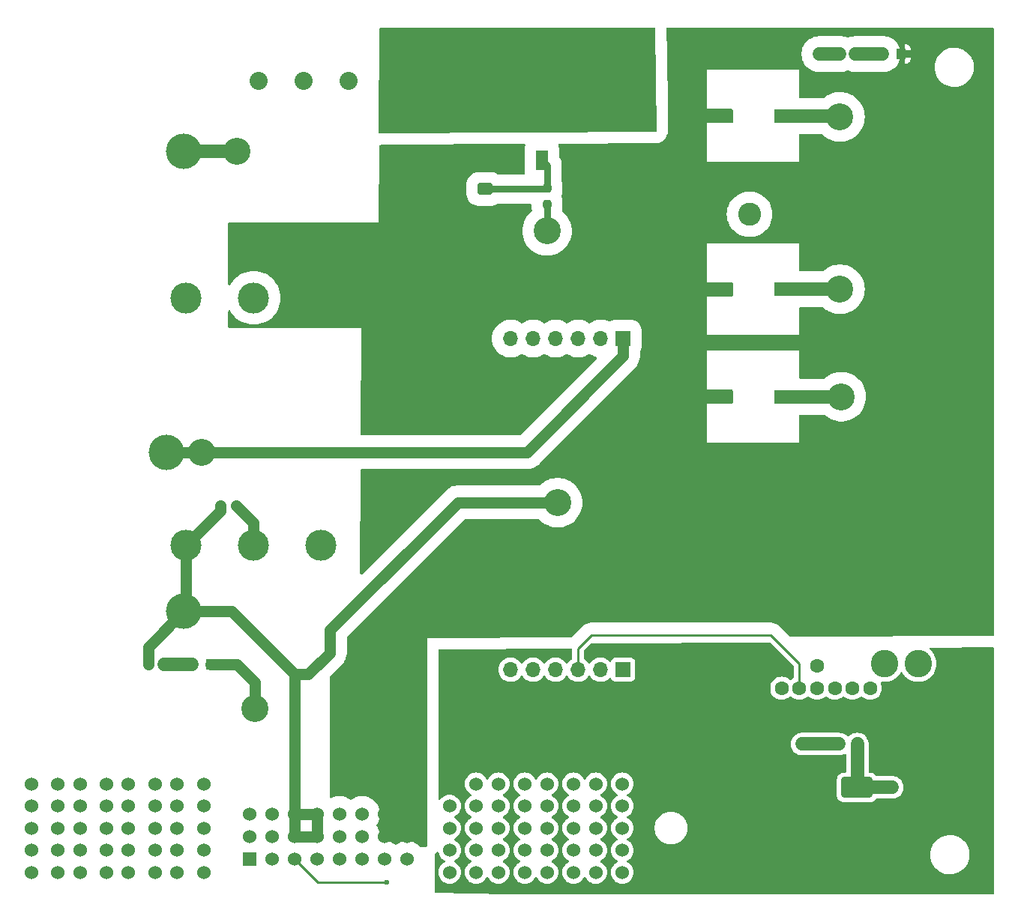
<source format=gtl>
%TF.GenerationSoftware,KiCad,Pcbnew,8.0.4*%
%TF.CreationDate,2025-01-10T12:27:39-08:00*%
%TF.ProjectId,X17-Power-Slab-Master,5831372d-506f-4776-9572-2d536c61622d,rev?*%
%TF.SameCoordinates,Original*%
%TF.FileFunction,Copper,L1,Top*%
%TF.FilePolarity,Positive*%
%FSLAX46Y46*%
G04 Gerber Fmt 4.6, Leading zero omitted, Abs format (unit mm)*
G04 Created by KiCad (PCBNEW 8.0.4) date 2025-01-10 12:27:39*
%MOMM*%
%LPD*%
G01*
G04 APERTURE LIST*
G04 Aperture macros list*
%AMRoundRect*
0 Rectangle with rounded corners*
0 $1 Rounding radius*
0 $2 $3 $4 $5 $6 $7 $8 $9 X,Y pos of 4 corners*
0 Add a 4 corners polygon primitive as box body*
4,1,4,$2,$3,$4,$5,$6,$7,$8,$9,$2,$3,0*
0 Add four circle primitives for the rounded corners*
1,1,$1+$1,$2,$3*
1,1,$1+$1,$4,$5*
1,1,$1+$1,$6,$7*
1,1,$1+$1,$8,$9*
0 Add four rect primitives between the rounded corners*
20,1,$1+$1,$2,$3,$4,$5,0*
20,1,$1+$1,$4,$5,$6,$7,0*
20,1,$1+$1,$6,$7,$8,$9,0*
20,1,$1+$1,$8,$9,$2,$3,0*%
G04 Aperture macros list end*
%TA.AperFunction,SMDPad,CuDef*%
%ADD10RoundRect,0.250000X-1.500000X-0.900000X1.500000X-0.900000X1.500000X0.900000X-1.500000X0.900000X0*%
%TD*%
%TA.AperFunction,SMDPad,CuDef*%
%ADD11C,4.000000*%
%TD*%
%TA.AperFunction,SMDPad,CuDef*%
%ADD12RoundRect,0.237500X-0.250000X-0.237500X0.250000X-0.237500X0.250000X0.237500X-0.250000X0.237500X0*%
%TD*%
%TA.AperFunction,ComponentPad*%
%ADD13C,1.530000*%
%TD*%
%TA.AperFunction,ComponentPad*%
%ADD14R,1.530000X1.530000*%
%TD*%
%TA.AperFunction,ComponentPad*%
%ADD15R,1.700000X1.700000*%
%TD*%
%TA.AperFunction,ComponentPad*%
%ADD16O,1.700000X1.700000*%
%TD*%
%TA.AperFunction,SMDPad,CuDef*%
%ADD17R,1.100000X1.200000*%
%TD*%
%TA.AperFunction,SMDPad,CuDef*%
%ADD18RoundRect,0.237500X0.237500X-0.250000X0.237500X0.250000X-0.237500X0.250000X-0.237500X-0.250000X0*%
%TD*%
%TA.AperFunction,SMDPad,CuDef*%
%ADD19R,3.606800X1.498600*%
%TD*%
%TA.AperFunction,ComponentPad*%
%ADD20C,2.032000*%
%TD*%
%TA.AperFunction,SMDPad,CuDef*%
%ADD21RoundRect,0.250000X-0.600000X0.400000X-0.600000X-0.400000X0.600000X-0.400000X0.600000X0.400000X0*%
%TD*%
%TA.AperFunction,SMDPad,CuDef*%
%ADD22R,1.400000X2.290000*%
%TD*%
%TA.AperFunction,SMDPad,CuDef*%
%ADD23R,5.690000X6.180000*%
%TD*%
%TA.AperFunction,ComponentPad*%
%ADD24C,3.500000*%
%TD*%
%TA.AperFunction,ComponentPad*%
%ADD25C,2.600000*%
%TD*%
%TA.AperFunction,ComponentPad*%
%ADD26C,3.100000*%
%TD*%
%TA.AperFunction,ComponentPad*%
%ADD27C,1.600000*%
%TD*%
%TA.AperFunction,ViaPad*%
%ADD28C,0.600000*%
%TD*%
%TA.AperFunction,ViaPad*%
%ADD29C,3.048000*%
%TD*%
%TA.AperFunction,ViaPad*%
%ADD30C,1.270000*%
%TD*%
%TA.AperFunction,Conductor*%
%ADD31C,1.270000*%
%TD*%
%TA.AperFunction,Conductor*%
%ADD32C,0.279400*%
%TD*%
%TA.AperFunction,Conductor*%
%ADD33C,0.762000*%
%TD*%
%TA.AperFunction,Conductor*%
%ADD34C,1.524000*%
%TD*%
G04 APERTURE END LIST*
D10*
%TO.P,D5,1,A1*%
%TO.N,12V*%
X147600000Y-129900000D03*
%TO.P,D5,2,A2*%
%TO.N,12V_5V_GND*%
X153000000Y-129900000D03*
%TD*%
D11*
%TO.P,TP5,1,1*%
%TO.N,48V*%
X77000000Y-58000000D03*
%TD*%
D12*
%TO.P,R5,1*%
%TO.N,5V*%
X81087500Y-98000000D03*
%TO.P,R5,2*%
%TO.N,Net-(U5-Vadj)*%
X82912500Y-98000000D03*
%TD*%
D13*
%TO.P,J2,P08_10*%
%TO.N,N/C*%
X126500000Y-129500000D03*
%TO.P,J2,P08_9*%
X126500000Y-132000000D03*
%TO.P,J2,P08_8*%
X126500000Y-134500000D03*
%TO.P,J2,P08_7*%
X126500000Y-137000000D03*
%TO.P,J2,P08_6*%
X126500000Y-139500000D03*
%TO.P,J2,P08_5*%
X123500000Y-139500000D03*
%TO.P,J2,P08_4*%
X123500000Y-137000000D03*
%TO.P,J2,P08_3*%
X123500000Y-134500000D03*
%TO.P,J2,P08_2*%
X123500000Y-132000000D03*
%TO.P,J2,P08_1,P08*%
%TO.N,unconnected-(J2-P08-PadP08_1)*%
X123500000Y-129500000D03*
%TO.P,J2,P07_10*%
%TO.N,N/C*%
X121000000Y-129500000D03*
%TO.P,J2,P07_9*%
X121000000Y-132000000D03*
%TO.P,J2,P07_8*%
X121000000Y-134500000D03*
%TO.P,J2,P07_7*%
X121000000Y-137000000D03*
%TO.P,J2,P07_6*%
X121000000Y-139500000D03*
%TO.P,J2,P07_5*%
X118000000Y-139500000D03*
%TO.P,J2,P07_4*%
X118000000Y-137000000D03*
%TO.P,J2,P07_3*%
X118000000Y-134500000D03*
%TO.P,J2,P07_2*%
X118000000Y-132000000D03*
%TO.P,J2,P07_1,P07*%
%TO.N,unconnected-(J2-P07-PadP07_1)*%
X118000000Y-129500000D03*
%TO.P,J2,P06_10*%
%TO.N,N/C*%
X115500000Y-129500000D03*
%TO.P,J2,P06_9*%
X115500000Y-132000000D03*
%TO.P,J2,P06_8*%
X115500000Y-134500000D03*
%TO.P,J2,P06_7*%
X115500000Y-137000000D03*
%TO.P,J2,P06_6*%
X115500000Y-139500000D03*
%TO.P,J2,P06_5*%
X112500000Y-139500000D03*
%TO.P,J2,P06_4*%
X112500000Y-137000000D03*
%TO.P,J2,P06_3*%
X112500000Y-134500000D03*
%TO.P,J2,P06_2*%
X112500000Y-132000000D03*
%TO.P,J2,P06_1,P06*%
%TO.N,unconnected-(J2-P06-PadP06_1)*%
X112500000Y-129500000D03*
%TO.P,J2,P05_10*%
%TO.N,N/C*%
X110000000Y-129500000D03*
%TO.P,J2,P05_9*%
X110000000Y-132000000D03*
%TO.P,J2,P05_8*%
X110000000Y-134500000D03*
%TO.P,J2,P05_7*%
X110000000Y-137000000D03*
%TO.P,J2,P05_6*%
X110000000Y-139500000D03*
%TO.P,J2,P05_5*%
X107000000Y-139500000D03*
%TO.P,J2,P05_4*%
X107000000Y-137000000D03*
%TO.P,J2,P05_3*%
X107000000Y-134500000D03*
%TO.P,J2,P05_2*%
X107000000Y-132000000D03*
%TO.P,J2,P05_1,P05*%
%TO.N,12V*%
X107000000Y-129500000D03*
%TO.P,J2,P04_10*%
%TO.N,N/C*%
X79240000Y-129500000D03*
%TO.P,J2,P04_9*%
X79240000Y-132000000D03*
%TO.P,J2,P04_8*%
X79240000Y-134500000D03*
%TO.P,J2,P04_7*%
X79240000Y-137000000D03*
%TO.P,J2,P04_6*%
X79240000Y-139500000D03*
%TO.P,J2,P04_5*%
X76240000Y-139500000D03*
%TO.P,J2,P04_4*%
X76240000Y-137000000D03*
%TO.P,J2,P04_3*%
X76240000Y-134500000D03*
%TO.P,J2,P04_2*%
X76240000Y-132000000D03*
%TO.P,J2,P04_1,P04*%
%TO.N,unconnected-(J2-P04-PadP04_1)*%
X76240000Y-129500000D03*
%TO.P,J2,P03_10*%
%TO.N,N/C*%
X73740000Y-129500000D03*
%TO.P,J2,P03_9*%
X73740000Y-132000000D03*
%TO.P,J2,P03_8*%
X73740000Y-134500000D03*
%TO.P,J2,P03_7*%
X73740000Y-137000000D03*
%TO.P,J2,P03_6*%
X73740000Y-139500000D03*
%TO.P,J2,P03_5*%
X70740000Y-139500000D03*
%TO.P,J2,P03_4*%
X70740000Y-137000000D03*
%TO.P,J2,P03_3*%
X70740000Y-134500000D03*
%TO.P,J2,P03_2*%
X70740000Y-132000000D03*
%TO.P,J2,P03_1,P03*%
%TO.N,unconnected-(J2-P03-PadP03_1)*%
X70740000Y-129500000D03*
%TO.P,J2,P02_10*%
%TO.N,N/C*%
X68240000Y-129500000D03*
%TO.P,J2,P02_9*%
X68240000Y-132000000D03*
%TO.P,J2,P02_8*%
X68240000Y-134500000D03*
%TO.P,J2,P02_7*%
X68240000Y-137000000D03*
%TO.P,J2,P02_6*%
X68240000Y-139500000D03*
%TO.P,J2,P02_5*%
X65240000Y-139500000D03*
%TO.P,J2,P02_4*%
X65240000Y-137000000D03*
%TO.P,J2,P02_3*%
X65240000Y-134500000D03*
%TO.P,J2,P02_2*%
X65240000Y-132000000D03*
%TO.P,J2,P02_1,P02*%
%TO.N,unconnected-(J2-P02-PadP02_1)*%
X65240000Y-129500000D03*
%TO.P,J2,P01_10*%
%TO.N,N/C*%
X62740000Y-129500000D03*
%TO.P,J2,P01_9*%
X62740000Y-132000000D03*
%TO.P,J2,P01_8*%
X62740000Y-134500000D03*
%TO.P,J2,P01_7*%
X62740000Y-137000000D03*
%TO.P,J2,P01_6*%
X62740000Y-139500000D03*
%TO.P,J2,P01_5*%
X59740000Y-139500000D03*
%TO.P,J2,P01_4*%
X59740000Y-137000000D03*
%TO.P,J2,P01_3*%
X59740000Y-134500000D03*
%TO.P,J2,P01_2*%
X59740000Y-132000000D03*
%TO.P,J2,P01_1,P01*%
%TO.N,unconnected-(J2-P01-PadP01_1)*%
X59740000Y-129500000D03*
%TO.P,J2,24,24*%
%TO.N,48V_GND*%
X102190000Y-132920000D03*
%TO.P,J2,23,23*%
X99650000Y-132920000D03*
%TO.P,J2,22,22*%
%TO.N,48V*%
X97110000Y-132920000D03*
%TO.P,J2,21,21*%
X94570000Y-132920000D03*
%TO.P,J2,20,20*%
%TO.N,5V*%
X92030000Y-132920000D03*
%TO.P,J2,19,19*%
X89490000Y-132920000D03*
%TO.P,J2,18,18*%
%TO.N,12V_5V_GND*%
X86950000Y-132920000D03*
%TO.P,J2,17,17*%
X84410000Y-132920000D03*
%TO.P,J2,16,16*%
%TO.N,48V_GND*%
X102190000Y-135460000D03*
%TO.P,J2,15,15*%
X99650000Y-135460000D03*
%TO.P,J2,14,14*%
%TO.N,48V*%
X97110000Y-135460000D03*
%TO.P,J2,13,13*%
X94570000Y-135460000D03*
%TO.P,J2,12,12*%
%TO.N,5V*%
X92030000Y-135460000D03*
%TO.P,J2,11,11*%
X89490000Y-135460000D03*
%TO.P,J2,10,10*%
%TO.N,12V_5V_GND*%
X86950000Y-135460000D03*
%TO.P,J2,09,09*%
X84410000Y-135460000D03*
%TO.P,J2,08,08*%
%TO.N,unconnected-(J2-Pad08)*%
X102190000Y-138000000D03*
%TO.P,J2,07,07*%
%TO.N,unconnected-(J2-Pad07)*%
X99650000Y-138000000D03*
%TO.P,J2,06,06*%
%TO.N,unconnected-(J2-Pad06)*%
X97110000Y-138000000D03*
%TO.P,J2,05,05*%
%TO.N,unconnected-(J2-Pad05)*%
X94570000Y-138000000D03*
%TO.P,J2,04,04*%
%TO.N,unconnected-(J2-Pad04)*%
X92030000Y-138000000D03*
%TO.P,J2,03,03*%
%TO.N,NRST_PSB*%
X89490000Y-138000000D03*
%TO.P,J2,02,02*%
%TO.N,A+*%
X86950000Y-138000000D03*
D14*
%TO.P,J2,01,01*%
%TO.N,A-*%
X84410000Y-138000000D03*
%TD*%
D11*
%TO.P,TP6,1,1*%
%TO.N,RAW_48V_GND*%
X127400000Y-46800000D03*
%TD*%
%TO.P,TP15,1,1*%
%TO.N,12V_5V_GND*%
X75000000Y-92000000D03*
%TD*%
D15*
%TO.P,J1,1,Pin_1*%
%TO.N,12V_5V_GND*%
X126590000Y-79165000D03*
D16*
%TO.P,J1,2,Pin_2*%
%TO.N,DATA*%
X124050000Y-79165000D03*
%TO.P,J1,3,Pin_3*%
%TO.N,unconnected-(J1-Pin_3-Pad3)*%
X121510000Y-79165000D03*
%TO.P,J1,4,Pin_4*%
%TO.N,unconnected-(J1-Pin_4-Pad4)*%
X118970000Y-79165000D03*
%TO.P,J1,5,Pin_5*%
%TO.N,ALERT1*%
X116430000Y-79165000D03*
%TO.P,J1,6,Pin_6*%
%TO.N,PG*%
X113890000Y-79165000D03*
D15*
%TO.P,J1,7,Pin_7*%
%TO.N,5V*%
X126590000Y-116590000D03*
D16*
%TO.P,J1,8,Pin_8*%
%TO.N,12V_5V_GND*%
X124050000Y-116590000D03*
%TO.P,J1,9,Pin_9*%
%TO.N,SWCLK*%
X121510000Y-116590000D03*
%TO.P,J1,10,Pin_10*%
%TO.N,NRST_PSB*%
X118970000Y-116590000D03*
%TO.P,J1,11,Pin_11*%
%TO.N,A+*%
X116430000Y-116590000D03*
%TO.P,J1,12,Pin_12*%
%TO.N,A-*%
X113890000Y-116590000D03*
%TD*%
D17*
%TO.P,D2,1*%
%TO.N,48V_GND*%
X158000000Y-47000000D03*
%TO.P,D2,2*%
%TO.N,Net-(D2-Pad2)*%
X155900000Y-47000000D03*
%TD*%
D12*
%TO.P,R4,1*%
%TO.N,5V*%
X72950000Y-116000000D03*
%TO.P,R4,2*%
%TO.N,Net-(D4-Pad2)*%
X74775000Y-116000000D03*
%TD*%
D18*
%TO.P,R1,1*%
%TO.N,48V*%
X118000000Y-64000000D03*
%TO.P,R1,2*%
%TO.N,Net-(D1-K)*%
X118000000Y-62175000D03*
%TD*%
D12*
%TO.P,R2,1*%
%TO.N,48V*%
X151037500Y-47000000D03*
%TO.P,R2,2*%
%TO.N,Net-(D2-Pad2)*%
X152862500Y-47000000D03*
%TD*%
%TO.P,R3,1*%
%TO.N,12V*%
X144950000Y-125000000D03*
%TO.P,R3,2*%
%TO.N,Net-(D3-Pad2)*%
X146775000Y-125000000D03*
%TD*%
D11*
%TO.P,TP2,1,1*%
%TO.N,48V_GND*%
X100600000Y-124200000D03*
%TD*%
D19*
%TO.P,C5,1*%
%TO.N,48V*%
X145440000Y-54000000D03*
%TO.P,C5,2*%
%TO.N,48V_GND*%
X137134200Y-54000000D03*
%TD*%
%TO.P,C6,1*%
%TO.N,48V*%
X145440000Y-85730000D03*
%TO.P,C6,2*%
%TO.N,48V_GND*%
X137134200Y-85730000D03*
%TD*%
D20*
%TO.P,J3,1,1*%
%TO.N,48V*%
X85420000Y-50000000D03*
%TO.P,J3,2,2*%
X90500000Y-50000000D03*
%TO.P,J3,3,3*%
X95580000Y-50000000D03*
%TO.P,J3,4,4*%
%TO.N,RAW_48V_GND*%
X100660000Y-50000000D03*
%TO.P,J3,5,5*%
X105740000Y-50000000D03*
%TO.P,J3,6,6*%
X110820000Y-50000000D03*
%TD*%
D11*
%TO.P,TP3,1,1*%
%TO.N,12V*%
X152000000Y-138000000D03*
%TD*%
D21*
%TO.P,D1,1,K*%
%TO.N,Net-(D1-K)*%
X111000000Y-62250000D03*
%TO.P,D1,2,A*%
%TO.N,48V_GND*%
X111000000Y-65750000D03*
%TD*%
D17*
%TO.P,D4,1*%
%TO.N,12V_5V_GND*%
X80000000Y-116000000D03*
%TO.P,D4,2*%
%TO.N,Net-(D4-Pad2)*%
X77900000Y-116000000D03*
%TD*%
D11*
%TO.P,TP14,1,1*%
%TO.N,5V*%
X77000000Y-110000000D03*
%TD*%
D17*
%TO.P,D3,1*%
%TO.N,12V_5V_GND*%
X153050000Y-125000000D03*
%TO.P,D3,2*%
%TO.N,Net-(D3-Pad2)*%
X150950000Y-125000000D03*
%TD*%
D19*
%TO.P,C7,1*%
%TO.N,48V*%
X145440000Y-73579400D03*
%TO.P,C7,2*%
%TO.N,48V_GND*%
X137134200Y-73579400D03*
%TD*%
D22*
%TO.P,Q2,1*%
%TO.N,Net-(D1-K)*%
X117430000Y-59000000D03*
D23*
%TO.P,Q2,2*%
%TO.N,RAW_48V_GND*%
X119715000Y-52565000D03*
D22*
%TO.P,Q2,3*%
%TO.N,48V_GND*%
X122000000Y-59000000D03*
%TD*%
D24*
%TO.P,U5,1,+In*%
%TO.N,48V*%
X77260000Y-74560000D03*
%TO.P,U5,2,RC*%
%TO.N,unconnected-(U5-RC-Pad2)*%
X84880000Y-74560000D03*
%TO.P,U5,3,In-*%
%TO.N,48V_GND*%
X92500000Y-74560000D03*
%TO.P,U5,4,Out-*%
%TO.N,12V_5V_GND*%
X92500000Y-102500000D03*
%TO.P,U5,5,Vadj*%
%TO.N,Net-(U5-Vadj)*%
X84880000Y-102500000D03*
%TO.P,U5,6,Out+*%
%TO.N,5V*%
X77260000Y-102500000D03*
%TD*%
D25*
%TO.P,U8,1,+In*%
%TO.N,48V*%
X140880000Y-65110000D03*
%TO.P,U8,2,RC*%
%TO.N,48V_GND*%
X148500000Y-65110000D03*
%TO.P,U8,3,-In*%
X156120000Y-65110000D03*
D26*
%TO.P,U8,4,-Out*%
%TO.N,12V_5V_GND*%
X159930000Y-115910000D03*
%TO.P,U8,5,-Out*%
X156120000Y-115910000D03*
D27*
%TO.P,U8,6,PG_Sync*%
%TO.N,unconnected-(U8-PG_Sync-Pad6)*%
X148500000Y-116150000D03*
D26*
%TO.P,U8,7,+Out*%
%TO.N,12V*%
X140880000Y-115910000D03*
%TO.P,U8,8,+Out*%
X137070000Y-115910000D03*
D27*
%TO.P,U8,9,PG/CTRL*%
%TO.N,PG*%
X154500000Y-118690000D03*
%TO.P,U8,10,-SENSE*%
%TO.N,12V_5V_GND*%
X152500000Y-118690000D03*
%TO.P,U8,11,SDA*%
%TO.N,DATA*%
X150500000Y-118690000D03*
%TO.P,U8,12,SALERT*%
%TO.N,ALERT1*%
X148500000Y-118690000D03*
%TO.P,U8,13,SCL*%
%TO.N,SWCLK*%
X146500000Y-118690000D03*
%TO.P,U8,14,SA0/SA1*%
%TO.N,Net-(U8-SA0{slash}SA1)*%
X144500000Y-118690000D03*
%TO.P,U8,15,SA0/+SENSE*%
%TO.N,12V*%
X142500000Y-118690000D03*
%TD*%
D28*
%TO.N,NRST_PSB*%
X99870000Y-140600000D03*
D29*
%TO.N,5V*%
X119200000Y-97710000D03*
%TO.N,48V*%
X151087100Y-73579400D03*
D30*
X148781250Y-47000000D03*
D29*
X83000000Y-58000000D03*
X151087100Y-54098800D03*
X118000000Y-67000000D03*
X151237700Y-85730000D03*
D30*
%TO.N,12V_5V_GND*%
X157000000Y-129900000D03*
D29*
X85000000Y-121000000D03*
X79000000Y-92000000D03*
%TD*%
D31*
%TO.N,5V*%
X89490000Y-135460000D02*
X89490000Y-132920000D01*
D32*
%TO.N,SWCLK*%
X123000000Y-112700000D02*
X121510000Y-114190000D01*
X143300000Y-112700000D02*
X123000000Y-112700000D01*
X146500000Y-115900000D02*
X143300000Y-112700000D01*
X146500000Y-118690000D02*
X146500000Y-115900000D01*
X121510000Y-114190000D02*
X121510000Y-116590000D01*
%TO.N,NRST_PSB*%
X92094700Y-140604700D02*
X99840000Y-140604700D01*
X99840000Y-140604700D02*
X99870000Y-140600000D01*
X99870000Y-140600000D02*
X99849400Y-140604700D01*
X99849400Y-140604700D02*
X99844700Y-140604700D01*
X89490000Y-138000000D02*
X92094700Y-140604700D01*
D31*
%TO.N,5V*%
X77200000Y-109800000D02*
X77200000Y-102560000D01*
X89490000Y-132920000D02*
X89500000Y-132910000D01*
X77200000Y-102560000D02*
X77260000Y-102500000D01*
X72950000Y-116000000D02*
X72950000Y-114050000D01*
X77000000Y-110000000D02*
X77200000Y-109800000D01*
X92030000Y-135460000D02*
X89490000Y-135460000D01*
X93480000Y-114680000D02*
X93480000Y-112130000D01*
X89500000Y-132910000D02*
X89500000Y-117100000D01*
X93480000Y-112130000D02*
X107920000Y-97690000D01*
X77260000Y-102500000D02*
X81087500Y-98672500D01*
X82400000Y-110000000D02*
X89500000Y-117100000D01*
X92000000Y-132890000D02*
X92030000Y-132920000D01*
X89490000Y-132920000D02*
X92030000Y-132920000D01*
X78100000Y-102500000D02*
X77260000Y-102500000D01*
X107920000Y-97690000D02*
X119230000Y-97690000D01*
X89500000Y-117100000D02*
X91060000Y-117100000D01*
X92030000Y-132920000D02*
X92030000Y-135460000D01*
X81087500Y-98672500D02*
X81087500Y-98000000D01*
X72950000Y-114050000D02*
X77000000Y-110000000D01*
X91060000Y-117100000D02*
X93480000Y-114680000D01*
X77000000Y-110000000D02*
X82400000Y-110000000D01*
D33*
%TO.N,Net-(D1-K)*%
X111000000Y-62250000D02*
X117925000Y-62250000D01*
X118000000Y-59570000D02*
X117430000Y-59000000D01*
X118000000Y-62175000D02*
X118000000Y-59570000D01*
X117925000Y-62250000D02*
X118000000Y-62175000D01*
D34*
%TO.N,48V*%
X151087100Y-73579400D02*
X145440000Y-73579400D01*
X83000000Y-58000000D02*
X77000000Y-58000000D01*
X151237700Y-85730000D02*
X145440000Y-85730000D01*
D33*
X118000000Y-67000000D02*
X118000000Y-64000000D01*
D34*
X148781250Y-47000000D02*
X151037500Y-47000000D01*
X151087100Y-54098800D02*
X150988300Y-54000000D01*
X150988300Y-54000000D02*
X145425850Y-54000000D01*
D31*
%TO.N,12V_5V_GND*%
X126590000Y-81150000D02*
X126590000Y-79165000D01*
X115740000Y-92000000D02*
X126590000Y-81150000D01*
X75000000Y-92000000D02*
X79000000Y-92000000D01*
D34*
X157000000Y-129900000D02*
X153000000Y-129900000D01*
X153050000Y-129850000D02*
X153050000Y-125000000D01*
D31*
X79000000Y-92000000D02*
X115740000Y-92000000D01*
X83000000Y-116000000D02*
X80000000Y-116000000D01*
D34*
X153000000Y-129900000D02*
X153050000Y-129850000D01*
D31*
X85000000Y-118000000D02*
X83000000Y-116000000D01*
X85000000Y-121000000D02*
X85000000Y-118000000D01*
D34*
%TO.N,RAW_48V_GND*%
X111000000Y-50180000D02*
X110820000Y-50000000D01*
%TO.N,Net-(D2-Pad2)*%
X152862500Y-47000000D02*
X155900000Y-47000000D01*
%TO.N,Net-(D3-Pad2)*%
X146775000Y-125000000D02*
X150950000Y-125000000D01*
%TO.N,Net-(D4-Pad2)*%
X74775000Y-116000000D02*
X77900000Y-116000000D01*
D31*
%TO.N,Net-(U5-Vadj)*%
X84880000Y-102500000D02*
X84880000Y-99967500D01*
X84880000Y-99967500D02*
X82912500Y-98000000D01*
%TD*%
%TA.AperFunction,Conductor*%
%TO.N,12V*%
G36*
X143229737Y-113550606D02*
G01*
X143250844Y-113567538D01*
X145815481Y-116132174D01*
X145848966Y-116193497D01*
X145851800Y-116219855D01*
X145851800Y-117481941D01*
X145832115Y-117548980D01*
X145798926Y-117583513D01*
X145655700Y-117683802D01*
X145655698Y-117683803D01*
X145655695Y-117683806D01*
X145587681Y-117751821D01*
X145526358Y-117785306D01*
X145456666Y-117780322D01*
X145412319Y-117751821D01*
X145344304Y-117683806D01*
X145344300Y-117683802D01*
X145156749Y-117552477D01*
X145113655Y-117532382D01*
X144949249Y-117455718D01*
X144949238Y-117455714D01*
X144728089Y-117396457D01*
X144728081Y-117396456D01*
X144500002Y-117376502D01*
X144499998Y-117376502D01*
X144271918Y-117396456D01*
X144271910Y-117396457D01*
X144050761Y-117455714D01*
X144050750Y-117455718D01*
X143843254Y-117552475D01*
X143843252Y-117552476D01*
X143785511Y-117592907D01*
X143655700Y-117683802D01*
X143655698Y-117683803D01*
X143655695Y-117683806D01*
X143493806Y-117845695D01*
X143493803Y-117845698D01*
X143493802Y-117845700D01*
X143421455Y-117949022D01*
X143362476Y-118033252D01*
X143362475Y-118033254D01*
X143265718Y-118240750D01*
X143265714Y-118240761D01*
X143206457Y-118461910D01*
X143206456Y-118461918D01*
X143186502Y-118689998D01*
X143186502Y-118690001D01*
X143206456Y-118918081D01*
X143206457Y-118918089D01*
X143265714Y-119139238D01*
X143265718Y-119139249D01*
X143362475Y-119346745D01*
X143362477Y-119346749D01*
X143493802Y-119534300D01*
X143655700Y-119696198D01*
X143843251Y-119827523D01*
X143968091Y-119885736D01*
X144050750Y-119924281D01*
X144050752Y-119924281D01*
X144050757Y-119924284D01*
X144271913Y-119983543D01*
X144434832Y-119997796D01*
X144499998Y-120003498D01*
X144500000Y-120003498D01*
X144500002Y-120003498D01*
X144557021Y-119998509D01*
X144728087Y-119983543D01*
X144949243Y-119924284D01*
X145156749Y-119827523D01*
X145344300Y-119696198D01*
X145412319Y-119628179D01*
X145473642Y-119594694D01*
X145543334Y-119599678D01*
X145587681Y-119628179D01*
X145655700Y-119696198D01*
X145843251Y-119827523D01*
X145968091Y-119885736D01*
X146050750Y-119924281D01*
X146050752Y-119924281D01*
X146050757Y-119924284D01*
X146271913Y-119983543D01*
X146434832Y-119997796D01*
X146499998Y-120003498D01*
X146500000Y-120003498D01*
X146500002Y-120003498D01*
X146557021Y-119998509D01*
X146728087Y-119983543D01*
X146949243Y-119924284D01*
X147156749Y-119827523D01*
X147344300Y-119696198D01*
X147412319Y-119628179D01*
X147473642Y-119594694D01*
X147543334Y-119599678D01*
X147587681Y-119628179D01*
X147655700Y-119696198D01*
X147843251Y-119827523D01*
X147968091Y-119885736D01*
X148050750Y-119924281D01*
X148050752Y-119924281D01*
X148050757Y-119924284D01*
X148271913Y-119983543D01*
X148434832Y-119997796D01*
X148499998Y-120003498D01*
X148500000Y-120003498D01*
X148500002Y-120003498D01*
X148557021Y-119998509D01*
X148728087Y-119983543D01*
X148949243Y-119924284D01*
X149156749Y-119827523D01*
X149344300Y-119696198D01*
X149412319Y-119628179D01*
X149473642Y-119594694D01*
X149543334Y-119599678D01*
X149587681Y-119628179D01*
X149655700Y-119696198D01*
X149843251Y-119827523D01*
X149968091Y-119885736D01*
X150050750Y-119924281D01*
X150050752Y-119924281D01*
X150050757Y-119924284D01*
X150271913Y-119983543D01*
X150434832Y-119997796D01*
X150499998Y-120003498D01*
X150500000Y-120003498D01*
X150500002Y-120003498D01*
X150557021Y-119998509D01*
X150728087Y-119983543D01*
X150949243Y-119924284D01*
X151156749Y-119827523D01*
X151344300Y-119696198D01*
X151412319Y-119628179D01*
X151473642Y-119594694D01*
X151543334Y-119599678D01*
X151587681Y-119628179D01*
X151655700Y-119696198D01*
X151843251Y-119827523D01*
X151968091Y-119885736D01*
X152050750Y-119924281D01*
X152050752Y-119924281D01*
X152050757Y-119924284D01*
X152271913Y-119983543D01*
X152434832Y-119997796D01*
X152499998Y-120003498D01*
X152500000Y-120003498D01*
X152500002Y-120003498D01*
X152557021Y-119998509D01*
X152728087Y-119983543D01*
X152949243Y-119924284D01*
X153156749Y-119827523D01*
X153344300Y-119696198D01*
X153412319Y-119628179D01*
X153473642Y-119594694D01*
X153543334Y-119599678D01*
X153587681Y-119628179D01*
X153655700Y-119696198D01*
X153843251Y-119827523D01*
X153968091Y-119885736D01*
X154050750Y-119924281D01*
X154050752Y-119924281D01*
X154050757Y-119924284D01*
X154271913Y-119983543D01*
X154434832Y-119997796D01*
X154499998Y-120003498D01*
X154500000Y-120003498D01*
X154500002Y-120003498D01*
X154557021Y-119998509D01*
X154728087Y-119983543D01*
X154949243Y-119924284D01*
X155156749Y-119827523D01*
X155344300Y-119696198D01*
X155506198Y-119534300D01*
X155637523Y-119346749D01*
X155734284Y-119139243D01*
X155793543Y-118918087D01*
X155813498Y-118690000D01*
X155793543Y-118461913D01*
X155734284Y-118240757D01*
X155678030Y-118120120D01*
X155667539Y-118051045D01*
X155696059Y-117987261D01*
X155754535Y-117949022D01*
X155807296Y-117944873D01*
X155926655Y-117961278D01*
X155979194Y-117968500D01*
X155979195Y-117968500D01*
X156260806Y-117968500D01*
X156290883Y-117964365D01*
X156539793Y-117930154D01*
X156810960Y-117854176D01*
X157069257Y-117741982D01*
X157309870Y-117595662D01*
X157528319Y-117417941D01*
X157720533Y-117212130D01*
X157882932Y-116982063D01*
X157914902Y-116920362D01*
X157963222Y-116869896D01*
X158031156Y-116853564D01*
X158097136Y-116876553D01*
X158135097Y-116920362D01*
X158167068Y-116982063D01*
X158329467Y-117212130D01*
X158329471Y-117212134D01*
X158329471Y-117212135D01*
X158433063Y-117323054D01*
X158501615Y-117396456D01*
X158521684Y-117417944D01*
X158740123Y-117595657D01*
X158740126Y-117595659D01*
X158740130Y-117595662D01*
X158866359Y-117672423D01*
X158980744Y-117741983D01*
X159190382Y-117833041D01*
X159239040Y-117854176D01*
X159510207Y-117930154D01*
X159755481Y-117963866D01*
X159789194Y-117968500D01*
X159789195Y-117968500D01*
X160070806Y-117968500D01*
X160100883Y-117964365D01*
X160349793Y-117930154D01*
X160620960Y-117854176D01*
X160879257Y-117741982D01*
X161119870Y-117595662D01*
X161338319Y-117417941D01*
X161530533Y-117212130D01*
X161692932Y-116982063D01*
X161822491Y-116732025D01*
X161916797Y-116466674D01*
X161974092Y-116190954D01*
X161993310Y-115910000D01*
X161974092Y-115629046D01*
X161916797Y-115353326D01*
X161912649Y-115341656D01*
X161835000Y-115123171D01*
X161822492Y-115087978D01*
X161822493Y-115087978D01*
X161747603Y-114943447D01*
X161692932Y-114837937D01*
X161530533Y-114607870D01*
X161530528Y-114607864D01*
X161338315Y-114402055D01*
X161246426Y-114327298D01*
X161206845Y-114269721D01*
X161204677Y-114199885D01*
X161240609Y-114139963D01*
X161303233Y-114108979D01*
X161324306Y-114107111D01*
X168375134Y-114086236D01*
X168442230Y-114105722D01*
X168488141Y-114158390D01*
X168499500Y-114210235D01*
X168499500Y-141875500D01*
X168479815Y-141942539D01*
X168427011Y-141988294D01*
X168375500Y-141999500D01*
X113493711Y-141999500D01*
X113491449Y-141999479D01*
X105421738Y-141852221D01*
X105355068Y-141831317D01*
X105310285Y-141777687D01*
X105300000Y-141728242D01*
X105300000Y-137573157D01*
X105319685Y-137506118D01*
X105331955Y-137490069D01*
X105449838Y-137359507D01*
X105527898Y-137233573D01*
X105579946Y-137186965D01*
X105648933Y-137175895D01*
X105712954Y-137203879D01*
X105751682Y-137262033D01*
X105753066Y-137266810D01*
X105798728Y-137437221D01*
X105798732Y-137437233D01*
X105892901Y-137639179D01*
X105892907Y-137639189D01*
X106020710Y-137821710D01*
X106020719Y-137821720D01*
X106178279Y-137979280D01*
X106178289Y-137979289D01*
X106332364Y-138087174D01*
X106360817Y-138107097D01*
X106426270Y-138137618D01*
X106478709Y-138183790D01*
X106497861Y-138250984D01*
X106477645Y-138317865D01*
X106426270Y-138362382D01*
X106360818Y-138392903D01*
X106360811Y-138392907D01*
X106178282Y-138520716D01*
X106020716Y-138678282D01*
X105892907Y-138860811D01*
X105892903Y-138860817D01*
X105798731Y-139062771D01*
X105798727Y-139062780D01*
X105741057Y-139278009D01*
X105741055Y-139278019D01*
X105721635Y-139499998D01*
X105721635Y-139500001D01*
X105741055Y-139721980D01*
X105741057Y-139721990D01*
X105798727Y-139937219D01*
X105798732Y-139937233D01*
X105892901Y-140139179D01*
X105892907Y-140139189D01*
X106020710Y-140321710D01*
X106020719Y-140321720D01*
X106178279Y-140479280D01*
X106178289Y-140479289D01*
X106340772Y-140593061D01*
X106360817Y-140607097D01*
X106482318Y-140663753D01*
X106562766Y-140701267D01*
X106562768Y-140701267D01*
X106562773Y-140701270D01*
X106778014Y-140758944D01*
X106936575Y-140772816D01*
X106999998Y-140778365D01*
X107000000Y-140778365D01*
X107000002Y-140778365D01*
X107055496Y-140773509D01*
X107221986Y-140758944D01*
X107437227Y-140701270D01*
X107639183Y-140607097D01*
X107821717Y-140479284D01*
X107979284Y-140321717D01*
X108107097Y-140139183D01*
X108201270Y-139937227D01*
X108258944Y-139721986D01*
X108278365Y-139500000D01*
X108258944Y-139278014D01*
X108201270Y-139062773D01*
X108107097Y-138860818D01*
X107979284Y-138678283D01*
X107821717Y-138520716D01*
X107821715Y-138520714D01*
X107821710Y-138520710D01*
X107639189Y-138392907D01*
X107639186Y-138392905D01*
X107639183Y-138392903D01*
X107573729Y-138362381D01*
X107521290Y-138316210D01*
X107502138Y-138249017D01*
X107522353Y-138182136D01*
X107573730Y-138137618D01*
X107639183Y-138107097D01*
X107821717Y-137979284D01*
X107979284Y-137821717D01*
X108107097Y-137639183D01*
X108201270Y-137437227D01*
X108258944Y-137221986D01*
X108278365Y-137000000D01*
X108258944Y-136778014D01*
X108201270Y-136562773D01*
X108107097Y-136360818D01*
X107979284Y-136178283D01*
X107821717Y-136020716D01*
X107821715Y-136020714D01*
X107821710Y-136020710D01*
X107639189Y-135892907D01*
X107639186Y-135892905D01*
X107639183Y-135892903D01*
X107573729Y-135862381D01*
X107521290Y-135816210D01*
X107502138Y-135749017D01*
X107522353Y-135682136D01*
X107573730Y-135637618D01*
X107597195Y-135626676D01*
X107639183Y-135607097D01*
X107814996Y-135483990D01*
X107821710Y-135479289D01*
X107821710Y-135479288D01*
X107821717Y-135479284D01*
X107979284Y-135321717D01*
X107980337Y-135320214D01*
X108009376Y-135278741D01*
X108107097Y-135139183D01*
X108201270Y-134937227D01*
X108258944Y-134721986D01*
X108278365Y-134500000D01*
X108258944Y-134278014D01*
X108201270Y-134062773D01*
X108107097Y-133860818D01*
X107979284Y-133678283D01*
X107821717Y-133520716D01*
X107821715Y-133520714D01*
X107821710Y-133520710D01*
X107639189Y-133392907D01*
X107639186Y-133392905D01*
X107639183Y-133392903D01*
X107573729Y-133362381D01*
X107521290Y-133316210D01*
X107502138Y-133249017D01*
X107522353Y-133182136D01*
X107573730Y-133137618D01*
X107639183Y-133107097D01*
X107821717Y-132979284D01*
X107979284Y-132821717D01*
X108107097Y-132639183D01*
X108201270Y-132437227D01*
X108258944Y-132221986D01*
X108278365Y-132000000D01*
X108258944Y-131778014D01*
X108201270Y-131562773D01*
X108107097Y-131360818D01*
X107979284Y-131178283D01*
X107821717Y-131020716D01*
X107821715Y-131020714D01*
X107821710Y-131020710D01*
X107639189Y-130892907D01*
X107639186Y-130892905D01*
X107639183Y-130892903D01*
X107588101Y-130869083D01*
X107437233Y-130798732D01*
X107437219Y-130798727D01*
X107221990Y-130741057D01*
X107221988Y-130741056D01*
X107221986Y-130741056D01*
X107221984Y-130741055D01*
X107221980Y-130741055D01*
X107000002Y-130721635D01*
X106999998Y-130721635D01*
X106778019Y-130741055D01*
X106778009Y-130741057D01*
X106562780Y-130798727D01*
X106562771Y-130798731D01*
X106360817Y-130892903D01*
X106360811Y-130892907D01*
X106178282Y-131020716D01*
X106020716Y-131178282D01*
X105951074Y-131277741D01*
X105896497Y-131321366D01*
X105826999Y-131328558D01*
X105764644Y-131297035D01*
X105729231Y-131236805D01*
X105725500Y-131206617D01*
X105725500Y-129499998D01*
X108721635Y-129499998D01*
X108721635Y-129500001D01*
X108741055Y-129721980D01*
X108741057Y-129721990D01*
X108798727Y-129937219D01*
X108798732Y-129937233D01*
X108892901Y-130139179D01*
X108892907Y-130139189D01*
X109020710Y-130321710D01*
X109020719Y-130321720D01*
X109178279Y-130479280D01*
X109178289Y-130479289D01*
X109340772Y-130593061D01*
X109360817Y-130607097D01*
X109426270Y-130637618D01*
X109478709Y-130683790D01*
X109497861Y-130750984D01*
X109477645Y-130817865D01*
X109426270Y-130862382D01*
X109360818Y-130892903D01*
X109360811Y-130892907D01*
X109178282Y-131020716D01*
X109020716Y-131178282D01*
X108892907Y-131360811D01*
X108892903Y-131360817D01*
X108892903Y-131360818D01*
X108800724Y-131558498D01*
X108798731Y-131562771D01*
X108798727Y-131562780D01*
X108741057Y-131778009D01*
X108741055Y-131778019D01*
X108721635Y-131999998D01*
X108721635Y-132000001D01*
X108741055Y-132221980D01*
X108741057Y-132221990D01*
X108798727Y-132437219D01*
X108798732Y-132437233D01*
X108892901Y-132639179D01*
X108892907Y-132639189D01*
X109020710Y-132821710D01*
X109020719Y-132821720D01*
X109178279Y-132979280D01*
X109178289Y-132979289D01*
X109241766Y-133023736D01*
X109360817Y-133107097D01*
X109400317Y-133125516D01*
X109426270Y-133137618D01*
X109478709Y-133183790D01*
X109497861Y-133250984D01*
X109477645Y-133317865D01*
X109426270Y-133362382D01*
X109360818Y-133392903D01*
X109360811Y-133392907D01*
X109178282Y-133520716D01*
X109020716Y-133678282D01*
X108892907Y-133860811D01*
X108892903Y-133860817D01*
X108798731Y-134062771D01*
X108798727Y-134062780D01*
X108741057Y-134278009D01*
X108741055Y-134278019D01*
X108721635Y-134499998D01*
X108721635Y-134500001D01*
X108741055Y-134721980D01*
X108741057Y-134721990D01*
X108798727Y-134937219D01*
X108798732Y-134937233D01*
X108892901Y-135139179D01*
X108892907Y-135139189D01*
X109020710Y-135321710D01*
X109020719Y-135321720D01*
X109178279Y-135479280D01*
X109178289Y-135479289D01*
X109280673Y-135550979D01*
X109360817Y-135607097D01*
X109402796Y-135626672D01*
X109426270Y-135637618D01*
X109478709Y-135683790D01*
X109497861Y-135750984D01*
X109477645Y-135817865D01*
X109426270Y-135862382D01*
X109360818Y-135892903D01*
X109360811Y-135892907D01*
X109178282Y-136020716D01*
X109020716Y-136178282D01*
X108892907Y-136360811D01*
X108892903Y-136360817D01*
X108798731Y-136562771D01*
X108798727Y-136562780D01*
X108741057Y-136778009D01*
X108741055Y-136778019D01*
X108721635Y-136999998D01*
X108721635Y-137000001D01*
X108741055Y-137221980D01*
X108741057Y-137221990D01*
X108798727Y-137437219D01*
X108798732Y-137437233D01*
X108892901Y-137639179D01*
X108892907Y-137639189D01*
X109020710Y-137821710D01*
X109020719Y-137821720D01*
X109178279Y-137979280D01*
X109178289Y-137979289D01*
X109332364Y-138087174D01*
X109360817Y-138107097D01*
X109426270Y-138137618D01*
X109478709Y-138183790D01*
X109497861Y-138250984D01*
X109477645Y-138317865D01*
X109426270Y-138362382D01*
X109360818Y-138392903D01*
X109360811Y-138392907D01*
X109178282Y-138520716D01*
X109020716Y-138678282D01*
X108892907Y-138860811D01*
X108892903Y-138860817D01*
X108798731Y-139062771D01*
X108798727Y-139062780D01*
X108741057Y-139278009D01*
X108741055Y-139278019D01*
X108721635Y-139499998D01*
X108721635Y-139500001D01*
X108741055Y-139721980D01*
X108741057Y-139721990D01*
X108798727Y-139937219D01*
X108798732Y-139937233D01*
X108892901Y-140139179D01*
X108892907Y-140139189D01*
X109020710Y-140321710D01*
X109020719Y-140321720D01*
X109178279Y-140479280D01*
X109178289Y-140479289D01*
X109340772Y-140593061D01*
X109360817Y-140607097D01*
X109482318Y-140663753D01*
X109562766Y-140701267D01*
X109562768Y-140701267D01*
X109562773Y-140701270D01*
X109778014Y-140758944D01*
X109936575Y-140772816D01*
X109999998Y-140778365D01*
X110000000Y-140778365D01*
X110000002Y-140778365D01*
X110055496Y-140773509D01*
X110221986Y-140758944D01*
X110437227Y-140701270D01*
X110639183Y-140607097D01*
X110821717Y-140479284D01*
X110979284Y-140321717D01*
X111107097Y-140139183D01*
X111137618Y-140073729D01*
X111183790Y-140021290D01*
X111250983Y-140002138D01*
X111317864Y-140022353D01*
X111362382Y-140073730D01*
X111392901Y-140139179D01*
X111392907Y-140139189D01*
X111520710Y-140321710D01*
X111520719Y-140321720D01*
X111678279Y-140479280D01*
X111678289Y-140479289D01*
X111840772Y-140593061D01*
X111860817Y-140607097D01*
X111982318Y-140663753D01*
X112062766Y-140701267D01*
X112062768Y-140701267D01*
X112062773Y-140701270D01*
X112278014Y-140758944D01*
X112436575Y-140772816D01*
X112499998Y-140778365D01*
X112500000Y-140778365D01*
X112500002Y-140778365D01*
X112555496Y-140773509D01*
X112721986Y-140758944D01*
X112937227Y-140701270D01*
X113139183Y-140607097D01*
X113321717Y-140479284D01*
X113479284Y-140321717D01*
X113607097Y-140139183D01*
X113701270Y-139937227D01*
X113758944Y-139721986D01*
X113778365Y-139500000D01*
X113758944Y-139278014D01*
X113701270Y-139062773D01*
X113607097Y-138860818D01*
X113479284Y-138678283D01*
X113321717Y-138520716D01*
X113321715Y-138520714D01*
X113321710Y-138520710D01*
X113139189Y-138392907D01*
X113139186Y-138392905D01*
X113139183Y-138392903D01*
X113073729Y-138362381D01*
X113021290Y-138316210D01*
X113002138Y-138249017D01*
X113022353Y-138182136D01*
X113073730Y-138137618D01*
X113139183Y-138107097D01*
X113321717Y-137979284D01*
X113479284Y-137821717D01*
X113607097Y-137639183D01*
X113701270Y-137437227D01*
X113758944Y-137221986D01*
X113778365Y-137000000D01*
X113758944Y-136778014D01*
X113701270Y-136562773D01*
X113607097Y-136360818D01*
X113479284Y-136178283D01*
X113321717Y-136020716D01*
X113321715Y-136020714D01*
X113321710Y-136020710D01*
X113139189Y-135892907D01*
X113139186Y-135892905D01*
X113139183Y-135892903D01*
X113073729Y-135862381D01*
X113021290Y-135816210D01*
X113002138Y-135749017D01*
X113022353Y-135682136D01*
X113073730Y-135637618D01*
X113097195Y-135626676D01*
X113139183Y-135607097D01*
X113314996Y-135483990D01*
X113321710Y-135479289D01*
X113321710Y-135479288D01*
X113321717Y-135479284D01*
X113479284Y-135321717D01*
X113480337Y-135320214D01*
X113509376Y-135278741D01*
X113607097Y-135139183D01*
X113701270Y-134937227D01*
X113758944Y-134721986D01*
X113778365Y-134500000D01*
X113758944Y-134278014D01*
X113701270Y-134062773D01*
X113607097Y-133860818D01*
X113479284Y-133678283D01*
X113321717Y-133520716D01*
X113321715Y-133520714D01*
X113321710Y-133520710D01*
X113139189Y-133392907D01*
X113139186Y-133392905D01*
X113139183Y-133392903D01*
X113073729Y-133362381D01*
X113021290Y-133316210D01*
X113002138Y-133249017D01*
X113022353Y-133182136D01*
X113073730Y-133137618D01*
X113139183Y-133107097D01*
X113321717Y-132979284D01*
X113479284Y-132821717D01*
X113607097Y-132639183D01*
X113701270Y-132437227D01*
X113758944Y-132221986D01*
X113778365Y-132000000D01*
X113758944Y-131778014D01*
X113701270Y-131562773D01*
X113607097Y-131360818D01*
X113479284Y-131178283D01*
X113321717Y-131020716D01*
X113321715Y-131020714D01*
X113321710Y-131020710D01*
X113139189Y-130892907D01*
X113139186Y-130892905D01*
X113139183Y-130892903D01*
X113073729Y-130862381D01*
X113021290Y-130816210D01*
X113002138Y-130749017D01*
X113022353Y-130682136D01*
X113073730Y-130637618D01*
X113139183Y-130607097D01*
X113321717Y-130479284D01*
X113479284Y-130321717D01*
X113607097Y-130139183D01*
X113701270Y-129937227D01*
X113758944Y-129721986D01*
X113778365Y-129500000D01*
X113778365Y-129499998D01*
X114221635Y-129499998D01*
X114221635Y-129500001D01*
X114241055Y-129721980D01*
X114241057Y-129721990D01*
X114298727Y-129937219D01*
X114298732Y-129937233D01*
X114392901Y-130139179D01*
X114392907Y-130139189D01*
X114520710Y-130321710D01*
X114520719Y-130321720D01*
X114678279Y-130479280D01*
X114678289Y-130479289D01*
X114840772Y-130593061D01*
X114860817Y-130607097D01*
X114926270Y-130637618D01*
X114978709Y-130683790D01*
X114997861Y-130750984D01*
X114977645Y-130817865D01*
X114926270Y-130862382D01*
X114860818Y-130892903D01*
X114860811Y-130892907D01*
X114678282Y-131020716D01*
X114520716Y-131178282D01*
X114392907Y-131360811D01*
X114392903Y-131360817D01*
X114392903Y-131360818D01*
X114300724Y-131558498D01*
X114298731Y-131562771D01*
X114298727Y-131562780D01*
X114241057Y-131778009D01*
X114241055Y-131778019D01*
X114221635Y-131999998D01*
X114221635Y-132000001D01*
X114241055Y-132221980D01*
X114241057Y-132221990D01*
X114298727Y-132437219D01*
X114298732Y-132437233D01*
X114392901Y-132639179D01*
X114392907Y-132639189D01*
X114520710Y-132821710D01*
X114520719Y-132821720D01*
X114678279Y-132979280D01*
X114678289Y-132979289D01*
X114741766Y-133023736D01*
X114860817Y-133107097D01*
X114900317Y-133125516D01*
X114926270Y-133137618D01*
X114978709Y-133183790D01*
X114997861Y-133250984D01*
X114977645Y-133317865D01*
X114926270Y-133362382D01*
X114860818Y-133392903D01*
X114860811Y-133392907D01*
X114678282Y-133520716D01*
X114520716Y-133678282D01*
X114392907Y-133860811D01*
X114392903Y-133860817D01*
X114298731Y-134062771D01*
X114298727Y-134062780D01*
X114241057Y-134278009D01*
X114241055Y-134278019D01*
X114221635Y-134499998D01*
X114221635Y-134500001D01*
X114241055Y-134721980D01*
X114241057Y-134721990D01*
X114298727Y-134937219D01*
X114298732Y-134937233D01*
X114392901Y-135139179D01*
X114392907Y-135139189D01*
X114520710Y-135321710D01*
X114520719Y-135321720D01*
X114678279Y-135479280D01*
X114678289Y-135479289D01*
X114780673Y-135550979D01*
X114860817Y-135607097D01*
X114902796Y-135626672D01*
X114926270Y-135637618D01*
X114978709Y-135683790D01*
X114997861Y-135750984D01*
X114977645Y-135817865D01*
X114926270Y-135862382D01*
X114860818Y-135892903D01*
X114860811Y-135892907D01*
X114678282Y-136020716D01*
X114520716Y-136178282D01*
X114392907Y-136360811D01*
X114392903Y-136360817D01*
X114298731Y-136562771D01*
X114298727Y-136562780D01*
X114241057Y-136778009D01*
X114241055Y-136778019D01*
X114221635Y-136999998D01*
X114221635Y-137000001D01*
X114241055Y-137221980D01*
X114241057Y-137221990D01*
X114298727Y-137437219D01*
X114298732Y-137437233D01*
X114392901Y-137639179D01*
X114392907Y-137639189D01*
X114520710Y-137821710D01*
X114520719Y-137821720D01*
X114678279Y-137979280D01*
X114678289Y-137979289D01*
X114832364Y-138087174D01*
X114860817Y-138107097D01*
X114926270Y-138137618D01*
X114978709Y-138183790D01*
X114997861Y-138250984D01*
X114977645Y-138317865D01*
X114926270Y-138362382D01*
X114860818Y-138392903D01*
X114860811Y-138392907D01*
X114678282Y-138520716D01*
X114520716Y-138678282D01*
X114392907Y-138860811D01*
X114392903Y-138860817D01*
X114298731Y-139062771D01*
X114298727Y-139062780D01*
X114241057Y-139278009D01*
X114241055Y-139278019D01*
X114221635Y-139499998D01*
X114221635Y-139500001D01*
X114241055Y-139721980D01*
X114241057Y-139721990D01*
X114298727Y-139937219D01*
X114298732Y-139937233D01*
X114392901Y-140139179D01*
X114392907Y-140139189D01*
X114520710Y-140321710D01*
X114520719Y-140321720D01*
X114678279Y-140479280D01*
X114678289Y-140479289D01*
X114840772Y-140593061D01*
X114860817Y-140607097D01*
X114982318Y-140663753D01*
X115062766Y-140701267D01*
X115062768Y-140701267D01*
X115062773Y-140701270D01*
X115278014Y-140758944D01*
X115436575Y-140772816D01*
X115499998Y-140778365D01*
X115500000Y-140778365D01*
X115500002Y-140778365D01*
X115555496Y-140773509D01*
X115721986Y-140758944D01*
X115937227Y-140701270D01*
X116139183Y-140607097D01*
X116321717Y-140479284D01*
X116479284Y-140321717D01*
X116607097Y-140139183D01*
X116637618Y-140073729D01*
X116683790Y-140021290D01*
X116750983Y-140002138D01*
X116817864Y-140022353D01*
X116862382Y-140073730D01*
X116892901Y-140139179D01*
X116892907Y-140139189D01*
X117020710Y-140321710D01*
X117020719Y-140321720D01*
X117178279Y-140479280D01*
X117178289Y-140479289D01*
X117340772Y-140593061D01*
X117360817Y-140607097D01*
X117482318Y-140663753D01*
X117562766Y-140701267D01*
X117562768Y-140701267D01*
X117562773Y-140701270D01*
X117778014Y-140758944D01*
X117936575Y-140772816D01*
X117999998Y-140778365D01*
X118000000Y-140778365D01*
X118000002Y-140778365D01*
X118055496Y-140773509D01*
X118221986Y-140758944D01*
X118437227Y-140701270D01*
X118639183Y-140607097D01*
X118821717Y-140479284D01*
X118979284Y-140321717D01*
X119107097Y-140139183D01*
X119201270Y-139937227D01*
X119258944Y-139721986D01*
X119278365Y-139500000D01*
X119258944Y-139278014D01*
X119201270Y-139062773D01*
X119107097Y-138860818D01*
X118979284Y-138678283D01*
X118821717Y-138520716D01*
X118821715Y-138520714D01*
X118821710Y-138520710D01*
X118639189Y-138392907D01*
X118639186Y-138392905D01*
X118639183Y-138392903D01*
X118573729Y-138362381D01*
X118521290Y-138316210D01*
X118502138Y-138249017D01*
X118522353Y-138182136D01*
X118573730Y-138137618D01*
X118639183Y-138107097D01*
X118821717Y-137979284D01*
X118979284Y-137821717D01*
X119107097Y-137639183D01*
X119201270Y-137437227D01*
X119258944Y-137221986D01*
X119278365Y-137000000D01*
X119258944Y-136778014D01*
X119201270Y-136562773D01*
X119107097Y-136360818D01*
X118979284Y-136178283D01*
X118821717Y-136020716D01*
X118821715Y-136020714D01*
X118821710Y-136020710D01*
X118639189Y-135892907D01*
X118639186Y-135892905D01*
X118639183Y-135892903D01*
X118573729Y-135862381D01*
X118521290Y-135816210D01*
X118502138Y-135749017D01*
X118522353Y-135682136D01*
X118573730Y-135637618D01*
X118597195Y-135626676D01*
X118639183Y-135607097D01*
X118814996Y-135483990D01*
X118821710Y-135479289D01*
X118821710Y-135479288D01*
X118821717Y-135479284D01*
X118979284Y-135321717D01*
X118980337Y-135320214D01*
X119009376Y-135278741D01*
X119107097Y-135139183D01*
X119201270Y-134937227D01*
X119258944Y-134721986D01*
X119278365Y-134500000D01*
X119258944Y-134278014D01*
X119201270Y-134062773D01*
X119107097Y-133860818D01*
X118979284Y-133678283D01*
X118821717Y-133520716D01*
X118821715Y-133520714D01*
X118821710Y-133520710D01*
X118639189Y-133392907D01*
X118639186Y-133392905D01*
X118639183Y-133392903D01*
X118573729Y-133362381D01*
X118521290Y-133316210D01*
X118502138Y-133249017D01*
X118522353Y-133182136D01*
X118573730Y-133137618D01*
X118639183Y-133107097D01*
X118821717Y-132979284D01*
X118979284Y-132821717D01*
X119107097Y-132639183D01*
X119201270Y-132437227D01*
X119258944Y-132221986D01*
X119278365Y-132000000D01*
X119258944Y-131778014D01*
X119201270Y-131562773D01*
X119107097Y-131360818D01*
X118979284Y-131178283D01*
X118821717Y-131020716D01*
X118821715Y-131020714D01*
X118821710Y-131020710D01*
X118639189Y-130892907D01*
X118639186Y-130892905D01*
X118639183Y-130892903D01*
X118573729Y-130862381D01*
X118521290Y-130816210D01*
X118502138Y-130749017D01*
X118522353Y-130682136D01*
X118573730Y-130637618D01*
X118639183Y-130607097D01*
X118821717Y-130479284D01*
X118979284Y-130321717D01*
X119107097Y-130139183D01*
X119201270Y-129937227D01*
X119258944Y-129721986D01*
X119278365Y-129500000D01*
X119278365Y-129499998D01*
X119721635Y-129499998D01*
X119721635Y-129500001D01*
X119741055Y-129721980D01*
X119741057Y-129721990D01*
X119798727Y-129937219D01*
X119798732Y-129937233D01*
X119892901Y-130139179D01*
X119892907Y-130139189D01*
X120020710Y-130321710D01*
X120020719Y-130321720D01*
X120178279Y-130479280D01*
X120178289Y-130479289D01*
X120340772Y-130593061D01*
X120360817Y-130607097D01*
X120426270Y-130637618D01*
X120478709Y-130683790D01*
X120497861Y-130750984D01*
X120477645Y-130817865D01*
X120426270Y-130862382D01*
X120360818Y-130892903D01*
X120360811Y-130892907D01*
X120178282Y-131020716D01*
X120020716Y-131178282D01*
X119892907Y-131360811D01*
X119892903Y-131360817D01*
X119892903Y-131360818D01*
X119800724Y-131558498D01*
X119798731Y-131562771D01*
X119798727Y-131562780D01*
X119741057Y-131778009D01*
X119741055Y-131778019D01*
X119721635Y-131999998D01*
X119721635Y-132000001D01*
X119741055Y-132221980D01*
X119741057Y-132221990D01*
X119798727Y-132437219D01*
X119798732Y-132437233D01*
X119892901Y-132639179D01*
X119892907Y-132639189D01*
X120020710Y-132821710D01*
X120020719Y-132821720D01*
X120178279Y-132979280D01*
X120178289Y-132979289D01*
X120241766Y-133023736D01*
X120360817Y-133107097D01*
X120400317Y-133125516D01*
X120426270Y-133137618D01*
X120478709Y-133183790D01*
X120497861Y-133250984D01*
X120477645Y-133317865D01*
X120426270Y-133362382D01*
X120360818Y-133392903D01*
X120360811Y-133392907D01*
X120178282Y-133520716D01*
X120020716Y-133678282D01*
X119892907Y-133860811D01*
X119892903Y-133860817D01*
X119798731Y-134062771D01*
X119798727Y-134062780D01*
X119741057Y-134278009D01*
X119741055Y-134278019D01*
X119721635Y-134499998D01*
X119721635Y-134500001D01*
X119741055Y-134721980D01*
X119741057Y-134721990D01*
X119798727Y-134937219D01*
X119798732Y-134937233D01*
X119892901Y-135139179D01*
X119892907Y-135139189D01*
X120020710Y-135321710D01*
X120020719Y-135321720D01*
X120178279Y-135479280D01*
X120178289Y-135479289D01*
X120280673Y-135550979D01*
X120360817Y-135607097D01*
X120402796Y-135626672D01*
X120426270Y-135637618D01*
X120478709Y-135683790D01*
X120497861Y-135750984D01*
X120477645Y-135817865D01*
X120426270Y-135862382D01*
X120360818Y-135892903D01*
X120360811Y-135892907D01*
X120178282Y-136020716D01*
X120020716Y-136178282D01*
X119892907Y-136360811D01*
X119892903Y-136360817D01*
X119798731Y-136562771D01*
X119798727Y-136562780D01*
X119741057Y-136778009D01*
X119741055Y-136778019D01*
X119721635Y-136999998D01*
X119721635Y-137000001D01*
X119741055Y-137221980D01*
X119741057Y-137221990D01*
X119798727Y-137437219D01*
X119798732Y-137437233D01*
X119892901Y-137639179D01*
X119892907Y-137639189D01*
X120020710Y-137821710D01*
X120020719Y-137821720D01*
X120178279Y-137979280D01*
X120178289Y-137979289D01*
X120332364Y-138087174D01*
X120360817Y-138107097D01*
X120426270Y-138137618D01*
X120478709Y-138183790D01*
X120497861Y-138250984D01*
X120477645Y-138317865D01*
X120426270Y-138362382D01*
X120360818Y-138392903D01*
X120360811Y-138392907D01*
X120178282Y-138520716D01*
X120020716Y-138678282D01*
X119892907Y-138860811D01*
X119892903Y-138860817D01*
X119798731Y-139062771D01*
X119798727Y-139062780D01*
X119741057Y-139278009D01*
X119741055Y-139278019D01*
X119721635Y-139499998D01*
X119721635Y-139500001D01*
X119741055Y-139721980D01*
X119741057Y-139721990D01*
X119798727Y-139937219D01*
X119798732Y-139937233D01*
X119892901Y-140139179D01*
X119892907Y-140139189D01*
X120020710Y-140321710D01*
X120020719Y-140321720D01*
X120178279Y-140479280D01*
X120178289Y-140479289D01*
X120340772Y-140593061D01*
X120360817Y-140607097D01*
X120482318Y-140663753D01*
X120562766Y-140701267D01*
X120562768Y-140701267D01*
X120562773Y-140701270D01*
X120778014Y-140758944D01*
X120936575Y-140772816D01*
X120999998Y-140778365D01*
X121000000Y-140778365D01*
X121000002Y-140778365D01*
X121055496Y-140773509D01*
X121221986Y-140758944D01*
X121437227Y-140701270D01*
X121639183Y-140607097D01*
X121821717Y-140479284D01*
X121979284Y-140321717D01*
X122107097Y-140139183D01*
X122137618Y-140073729D01*
X122183790Y-140021290D01*
X122250983Y-140002138D01*
X122317864Y-140022353D01*
X122362382Y-140073730D01*
X122392901Y-140139179D01*
X122392907Y-140139189D01*
X122520710Y-140321710D01*
X122520719Y-140321720D01*
X122678279Y-140479280D01*
X122678289Y-140479289D01*
X122840772Y-140593061D01*
X122860817Y-140607097D01*
X122982318Y-140663753D01*
X123062766Y-140701267D01*
X123062768Y-140701267D01*
X123062773Y-140701270D01*
X123278014Y-140758944D01*
X123436575Y-140772816D01*
X123499998Y-140778365D01*
X123500000Y-140778365D01*
X123500002Y-140778365D01*
X123555496Y-140773509D01*
X123721986Y-140758944D01*
X123937227Y-140701270D01*
X124139183Y-140607097D01*
X124321717Y-140479284D01*
X124479284Y-140321717D01*
X124607097Y-140139183D01*
X124701270Y-139937227D01*
X124758944Y-139721986D01*
X124778365Y-139500000D01*
X124758944Y-139278014D01*
X124701270Y-139062773D01*
X124607097Y-138860818D01*
X124479284Y-138678283D01*
X124321717Y-138520716D01*
X124321715Y-138520714D01*
X124321710Y-138520710D01*
X124139189Y-138392907D01*
X124139186Y-138392905D01*
X124139183Y-138392903D01*
X124073729Y-138362381D01*
X124021290Y-138316210D01*
X124002138Y-138249017D01*
X124022353Y-138182136D01*
X124073730Y-138137618D01*
X124139183Y-138107097D01*
X124321717Y-137979284D01*
X124479284Y-137821717D01*
X124607097Y-137639183D01*
X124701270Y-137437227D01*
X124758944Y-137221986D01*
X124778365Y-137000000D01*
X124758944Y-136778014D01*
X124701270Y-136562773D01*
X124607097Y-136360818D01*
X124479284Y-136178283D01*
X124321717Y-136020716D01*
X124321715Y-136020714D01*
X124321710Y-136020710D01*
X124139189Y-135892907D01*
X124139186Y-135892905D01*
X124139183Y-135892903D01*
X124073729Y-135862381D01*
X124021290Y-135816210D01*
X124002138Y-135749017D01*
X124022353Y-135682136D01*
X124073730Y-135637618D01*
X124097195Y-135626676D01*
X124139183Y-135607097D01*
X124314996Y-135483990D01*
X124321710Y-135479289D01*
X124321710Y-135479288D01*
X124321717Y-135479284D01*
X124479284Y-135321717D01*
X124480337Y-135320214D01*
X124509376Y-135278741D01*
X124607097Y-135139183D01*
X124701270Y-134937227D01*
X124758944Y-134721986D01*
X124778365Y-134500000D01*
X124758944Y-134278014D01*
X124701270Y-134062773D01*
X124607097Y-133860818D01*
X124479284Y-133678283D01*
X124321717Y-133520716D01*
X124321715Y-133520714D01*
X124321710Y-133520710D01*
X124139189Y-133392907D01*
X124139186Y-133392905D01*
X124139183Y-133392903D01*
X124073729Y-133362381D01*
X124021290Y-133316210D01*
X124002138Y-133249017D01*
X124022353Y-133182136D01*
X124073730Y-133137618D01*
X124139183Y-133107097D01*
X124321717Y-132979284D01*
X124479284Y-132821717D01*
X124607097Y-132639183D01*
X124701270Y-132437227D01*
X124758944Y-132221986D01*
X124778365Y-132000000D01*
X124758944Y-131778014D01*
X124701270Y-131562773D01*
X124607097Y-131360818D01*
X124479284Y-131178283D01*
X124321717Y-131020716D01*
X124321715Y-131020714D01*
X124321710Y-131020710D01*
X124139189Y-130892907D01*
X124139186Y-130892905D01*
X124139183Y-130892903D01*
X124073729Y-130862381D01*
X124021290Y-130816210D01*
X124002138Y-130749017D01*
X124022353Y-130682136D01*
X124073730Y-130637618D01*
X124139183Y-130607097D01*
X124321717Y-130479284D01*
X124479284Y-130321717D01*
X124607097Y-130139183D01*
X124701270Y-129937227D01*
X124758944Y-129721986D01*
X124778365Y-129500000D01*
X124778365Y-129499998D01*
X125221635Y-129499998D01*
X125221635Y-129500001D01*
X125241055Y-129721980D01*
X125241057Y-129721990D01*
X125298727Y-129937219D01*
X125298732Y-129937233D01*
X125392901Y-130139179D01*
X125392907Y-130139189D01*
X125520710Y-130321710D01*
X125520719Y-130321720D01*
X125678279Y-130479280D01*
X125678289Y-130479289D01*
X125840772Y-130593061D01*
X125860817Y-130607097D01*
X125926270Y-130637618D01*
X125978709Y-130683790D01*
X125997861Y-130750984D01*
X125977645Y-130817865D01*
X125926270Y-130862382D01*
X125860818Y-130892903D01*
X125860811Y-130892907D01*
X125678282Y-131020716D01*
X125520716Y-131178282D01*
X125392907Y-131360811D01*
X125392903Y-131360817D01*
X125392903Y-131360818D01*
X125300724Y-131558498D01*
X125298731Y-131562771D01*
X125298727Y-131562780D01*
X125241057Y-131778009D01*
X125241055Y-131778019D01*
X125221635Y-131999998D01*
X125221635Y-132000001D01*
X125241055Y-132221980D01*
X125241057Y-132221990D01*
X125298727Y-132437219D01*
X125298732Y-132437233D01*
X125392901Y-132639179D01*
X125392907Y-132639189D01*
X125520710Y-132821710D01*
X125520719Y-132821720D01*
X125678279Y-132979280D01*
X125678289Y-132979289D01*
X125741766Y-133023736D01*
X125860817Y-133107097D01*
X125900317Y-133125516D01*
X125926270Y-133137618D01*
X125978709Y-133183790D01*
X125997861Y-133250984D01*
X125977645Y-133317865D01*
X125926270Y-133362382D01*
X125860818Y-133392903D01*
X125860811Y-133392907D01*
X125678282Y-133520716D01*
X125520716Y-133678282D01*
X125392907Y-133860811D01*
X125392903Y-133860817D01*
X125298731Y-134062771D01*
X125298727Y-134062780D01*
X125241057Y-134278009D01*
X125241055Y-134278019D01*
X125221635Y-134499998D01*
X125221635Y-134500001D01*
X125241055Y-134721980D01*
X125241057Y-134721990D01*
X125298727Y-134937219D01*
X125298732Y-134937233D01*
X125392901Y-135139179D01*
X125392907Y-135139189D01*
X125520710Y-135321710D01*
X125520719Y-135321720D01*
X125678279Y-135479280D01*
X125678289Y-135479289D01*
X125780673Y-135550979D01*
X125860817Y-135607097D01*
X125902796Y-135626672D01*
X125926270Y-135637618D01*
X125978709Y-135683790D01*
X125997861Y-135750984D01*
X125977645Y-135817865D01*
X125926270Y-135862382D01*
X125860818Y-135892903D01*
X125860811Y-135892907D01*
X125678282Y-136020716D01*
X125520716Y-136178282D01*
X125392907Y-136360811D01*
X125392903Y-136360817D01*
X125298731Y-136562771D01*
X125298727Y-136562780D01*
X125241057Y-136778009D01*
X125241055Y-136778019D01*
X125221635Y-136999998D01*
X125221635Y-137000001D01*
X125241055Y-137221980D01*
X125241057Y-137221990D01*
X125298727Y-137437219D01*
X125298732Y-137437233D01*
X125392901Y-137639179D01*
X125392907Y-137639189D01*
X125520710Y-137821710D01*
X125520719Y-137821720D01*
X125678279Y-137979280D01*
X125678289Y-137979289D01*
X125832364Y-138087174D01*
X125860817Y-138107097D01*
X125926270Y-138137618D01*
X125978709Y-138183790D01*
X125997861Y-138250984D01*
X125977645Y-138317865D01*
X125926270Y-138362382D01*
X125860818Y-138392903D01*
X125860811Y-138392907D01*
X125678282Y-138520716D01*
X125520716Y-138678282D01*
X125392907Y-138860811D01*
X125392903Y-138860817D01*
X125298731Y-139062771D01*
X125298727Y-139062780D01*
X125241057Y-139278009D01*
X125241055Y-139278019D01*
X125221635Y-139499998D01*
X125221635Y-139500001D01*
X125241055Y-139721980D01*
X125241057Y-139721990D01*
X125298727Y-139937219D01*
X125298732Y-139937233D01*
X125392901Y-140139179D01*
X125392907Y-140139189D01*
X125520710Y-140321710D01*
X125520719Y-140321720D01*
X125678279Y-140479280D01*
X125678289Y-140479289D01*
X125840772Y-140593061D01*
X125860817Y-140607097D01*
X125982318Y-140663753D01*
X126062766Y-140701267D01*
X126062768Y-140701267D01*
X126062773Y-140701270D01*
X126278014Y-140758944D01*
X126436575Y-140772816D01*
X126499998Y-140778365D01*
X126500000Y-140778365D01*
X126500002Y-140778365D01*
X126555496Y-140773509D01*
X126721986Y-140758944D01*
X126937227Y-140701270D01*
X127139183Y-140607097D01*
X127321717Y-140479284D01*
X127479284Y-140321717D01*
X127607097Y-140139183D01*
X127701270Y-139937227D01*
X127758944Y-139721986D01*
X127778365Y-139500000D01*
X127758944Y-139278014D01*
X127701270Y-139062773D01*
X127607097Y-138860818D01*
X127479284Y-138678283D01*
X127321717Y-138520716D01*
X127321715Y-138520714D01*
X127321710Y-138520710D01*
X127139189Y-138392907D01*
X127139186Y-138392905D01*
X127139183Y-138392903D01*
X127073729Y-138362381D01*
X127021290Y-138316210D01*
X127002138Y-138249017D01*
X127022353Y-138182136D01*
X127073730Y-138137618D01*
X127139183Y-138107097D01*
X127321717Y-137979284D01*
X127479284Y-137821717D01*
X127607097Y-137639183D01*
X127672000Y-137499998D01*
X161277500Y-137499998D01*
X161277500Y-137500001D01*
X161297329Y-137796226D01*
X161297331Y-137796236D01*
X161356467Y-138087176D01*
X161413348Y-138250984D01*
X161453856Y-138367640D01*
X161587757Y-138632623D01*
X161755783Y-138877394D01*
X161755785Y-138877396D01*
X161755789Y-138877402D01*
X161755792Y-138877404D01*
X161954935Y-139097586D01*
X162181658Y-139289268D01*
X162431907Y-139449021D01*
X162701216Y-139573994D01*
X162984780Y-139661956D01*
X163277537Y-139711338D01*
X163574265Y-139721259D01*
X163869667Y-139691541D01*
X164158472Y-139622715D01*
X164158475Y-139622713D01*
X164158479Y-139622713D01*
X164297000Y-139569362D01*
X164435528Y-139516010D01*
X164695888Y-139373328D01*
X164934908Y-139197217D01*
X165148322Y-138990819D01*
X165332321Y-138757817D01*
X165483623Y-138502370D01*
X165599527Y-138229035D01*
X165677965Y-137942691D01*
X165717537Y-137648447D01*
X165717537Y-137351553D01*
X165677965Y-137057309D01*
X165599527Y-136770965D01*
X165483623Y-136497630D01*
X165402585Y-136360811D01*
X165332321Y-136242182D01*
X165148321Y-136009180D01*
X165140811Y-136001917D01*
X164934908Y-135802783D01*
X164809974Y-135710731D01*
X164695894Y-135626676D01*
X164695891Y-135626674D01*
X164695888Y-135626672D01*
X164435528Y-135483990D01*
X164435523Y-135483988D01*
X164435521Y-135483987D01*
X164158479Y-135377286D01*
X164158474Y-135377285D01*
X163869667Y-135308459D01*
X163869664Y-135308458D01*
X163574269Y-135278741D01*
X163574265Y-135278741D01*
X163277537Y-135288662D01*
X162984779Y-135338044D01*
X162858278Y-135377285D01*
X162701216Y-135426006D01*
X162701209Y-135426009D01*
X162701207Y-135426010D01*
X162431911Y-135550976D01*
X162181658Y-135710731D01*
X162181656Y-135710733D01*
X161954933Y-135902415D01*
X161755792Y-136122595D01*
X161755789Y-136122597D01*
X161587755Y-136367380D01*
X161532036Y-136477646D01*
X161453856Y-136632360D01*
X161453854Y-136632363D01*
X161453854Y-136632365D01*
X161356467Y-136912823D01*
X161297331Y-137203763D01*
X161297329Y-137203773D01*
X161277500Y-137499998D01*
X127672000Y-137499998D01*
X127701270Y-137437227D01*
X127758944Y-137221986D01*
X127778365Y-137000000D01*
X127758944Y-136778014D01*
X127701270Y-136562773D01*
X127607097Y-136360818D01*
X127479284Y-136178283D01*
X127321717Y-136020716D01*
X127321715Y-136020714D01*
X127321710Y-136020710D01*
X127139189Y-135892907D01*
X127139186Y-135892905D01*
X127139183Y-135892903D01*
X127073729Y-135862381D01*
X127021290Y-135816210D01*
X127002138Y-135749017D01*
X127022353Y-135682136D01*
X127073730Y-135637618D01*
X127097195Y-135626676D01*
X127139183Y-135607097D01*
X127314996Y-135483990D01*
X127321710Y-135479289D01*
X127321710Y-135479288D01*
X127321717Y-135479284D01*
X127479284Y-135321717D01*
X127480337Y-135320214D01*
X127509376Y-135278741D01*
X127607097Y-135139183D01*
X127701270Y-134937227D01*
X127758944Y-134721986D01*
X127778365Y-134500000D01*
X127767754Y-134378711D01*
X130149500Y-134378711D01*
X130149500Y-134621288D01*
X130181161Y-134861785D01*
X130243947Y-135096104D01*
X130336773Y-135320205D01*
X130336777Y-135320214D01*
X130347071Y-135338044D01*
X130458064Y-135530289D01*
X130458066Y-135530292D01*
X130458067Y-135530293D01*
X130605733Y-135722736D01*
X130605739Y-135722743D01*
X130777256Y-135894260D01*
X130777262Y-135894265D01*
X130969711Y-136041936D01*
X131179788Y-136163224D01*
X131403900Y-136256054D01*
X131638211Y-136318838D01*
X131818586Y-136342584D01*
X131878711Y-136350500D01*
X131878712Y-136350500D01*
X132121289Y-136350500D01*
X132169388Y-136344167D01*
X132361789Y-136318838D01*
X132596100Y-136256054D01*
X132820212Y-136163224D01*
X133030289Y-136041936D01*
X133222738Y-135894265D01*
X133394265Y-135722738D01*
X133541936Y-135530289D01*
X133663224Y-135320212D01*
X133756054Y-135096100D01*
X133818838Y-134861789D01*
X133850500Y-134621288D01*
X133850500Y-134378712D01*
X133818838Y-134138211D01*
X133756054Y-133903900D01*
X133663224Y-133679788D01*
X133541936Y-133469711D01*
X133394265Y-133277262D01*
X133394260Y-133277256D01*
X133222743Y-133105739D01*
X133222736Y-133105733D01*
X133030293Y-132958067D01*
X133030292Y-132958066D01*
X133030289Y-132958064D01*
X132820212Y-132836776D01*
X132783864Y-132821720D01*
X132596104Y-132743947D01*
X132361785Y-132681161D01*
X132121289Y-132649500D01*
X132121288Y-132649500D01*
X131878712Y-132649500D01*
X131878711Y-132649500D01*
X131638214Y-132681161D01*
X131403895Y-132743947D01*
X131179794Y-132836773D01*
X131179785Y-132836777D01*
X130969706Y-132958067D01*
X130777263Y-133105733D01*
X130777256Y-133105739D01*
X130605739Y-133277256D01*
X130605733Y-133277263D01*
X130458067Y-133469706D01*
X130336777Y-133679785D01*
X130336773Y-133679794D01*
X130243947Y-133903895D01*
X130181161Y-134138214D01*
X130149500Y-134378711D01*
X127767754Y-134378711D01*
X127758944Y-134278014D01*
X127701270Y-134062773D01*
X127607097Y-133860818D01*
X127479284Y-133678283D01*
X127321717Y-133520716D01*
X127321715Y-133520714D01*
X127321710Y-133520710D01*
X127139189Y-133392907D01*
X127139186Y-133392905D01*
X127139183Y-133392903D01*
X127073729Y-133362381D01*
X127021290Y-133316210D01*
X127002138Y-133249017D01*
X127022353Y-133182136D01*
X127073730Y-133137618D01*
X127139183Y-133107097D01*
X127321717Y-132979284D01*
X127479284Y-132821717D01*
X127607097Y-132639183D01*
X127701270Y-132437227D01*
X127758944Y-132221986D01*
X127778365Y-132000000D01*
X127758944Y-131778014D01*
X127701270Y-131562773D01*
X127607097Y-131360818D01*
X127479284Y-131178283D01*
X127321717Y-131020716D01*
X127321715Y-131020714D01*
X127321710Y-131020710D01*
X127139189Y-130892907D01*
X127139186Y-130892905D01*
X127139183Y-130892903D01*
X127073729Y-130862381D01*
X127021290Y-130816210D01*
X127002138Y-130749017D01*
X127022353Y-130682136D01*
X127073730Y-130637618D01*
X127139183Y-130607097D01*
X127321717Y-130479284D01*
X127479284Y-130321717D01*
X127607097Y-130139183D01*
X127701270Y-129937227D01*
X127758944Y-129721986D01*
X127778365Y-129500000D01*
X127758944Y-129278014D01*
X127710411Y-129096890D01*
X127701272Y-129062780D01*
X127701271Y-129062779D01*
X127701270Y-129062773D01*
X127607097Y-128860818D01*
X127479284Y-128678283D01*
X127321717Y-128520716D01*
X127321715Y-128520714D01*
X127321710Y-128520710D01*
X127139189Y-128392907D01*
X127139186Y-128392905D01*
X127139183Y-128392903D01*
X127139179Y-128392901D01*
X126937233Y-128298732D01*
X126937219Y-128298727D01*
X126721990Y-128241057D01*
X126721988Y-128241056D01*
X126721986Y-128241056D01*
X126721984Y-128241055D01*
X126721980Y-128241055D01*
X126500002Y-128221635D01*
X126499998Y-128221635D01*
X126278019Y-128241055D01*
X126278009Y-128241057D01*
X126062780Y-128298727D01*
X126062771Y-128298731D01*
X125860817Y-128392903D01*
X125860811Y-128392907D01*
X125678282Y-128520716D01*
X125520716Y-128678282D01*
X125392907Y-128860811D01*
X125392903Y-128860817D01*
X125298731Y-129062771D01*
X125298727Y-129062780D01*
X125241057Y-129278009D01*
X125241055Y-129278019D01*
X125221635Y-129499998D01*
X124778365Y-129499998D01*
X124758944Y-129278014D01*
X124710411Y-129096890D01*
X124701272Y-129062780D01*
X124701271Y-129062779D01*
X124701270Y-129062773D01*
X124607097Y-128860818D01*
X124479284Y-128678283D01*
X124321717Y-128520716D01*
X124321715Y-128520714D01*
X124321710Y-128520710D01*
X124139189Y-128392907D01*
X124139186Y-128392905D01*
X124139183Y-128392903D01*
X124139179Y-128392901D01*
X123937233Y-128298732D01*
X123937219Y-128298727D01*
X123721990Y-128241057D01*
X123721988Y-128241056D01*
X123721986Y-128241056D01*
X123721984Y-128241055D01*
X123721980Y-128241055D01*
X123500002Y-128221635D01*
X123499998Y-128221635D01*
X123278019Y-128241055D01*
X123278009Y-128241057D01*
X123062780Y-128298727D01*
X123062771Y-128298731D01*
X122860817Y-128392903D01*
X122860811Y-128392907D01*
X122678282Y-128520716D01*
X122520716Y-128678282D01*
X122392907Y-128860811D01*
X122392903Y-128860817D01*
X122362382Y-128926271D01*
X122316210Y-128978710D01*
X122249016Y-128997862D01*
X122182135Y-128977646D01*
X122137618Y-128926271D01*
X122107097Y-128860818D01*
X121979284Y-128678283D01*
X121821717Y-128520716D01*
X121821715Y-128520714D01*
X121821710Y-128520710D01*
X121639189Y-128392907D01*
X121639186Y-128392905D01*
X121639183Y-128392903D01*
X121639179Y-128392901D01*
X121437233Y-128298732D01*
X121437219Y-128298727D01*
X121221990Y-128241057D01*
X121221988Y-128241056D01*
X121221986Y-128241056D01*
X121221984Y-128241055D01*
X121221980Y-128241055D01*
X121000002Y-128221635D01*
X120999998Y-128221635D01*
X120778019Y-128241055D01*
X120778009Y-128241057D01*
X120562780Y-128298727D01*
X120562771Y-128298731D01*
X120360817Y-128392903D01*
X120360811Y-128392907D01*
X120178282Y-128520716D01*
X120020716Y-128678282D01*
X119892907Y-128860811D01*
X119892903Y-128860817D01*
X119798731Y-129062771D01*
X119798727Y-129062780D01*
X119741057Y-129278009D01*
X119741055Y-129278019D01*
X119721635Y-129499998D01*
X119278365Y-129499998D01*
X119258944Y-129278014D01*
X119210411Y-129096890D01*
X119201272Y-129062780D01*
X119201271Y-129062779D01*
X119201270Y-129062773D01*
X119107097Y-128860818D01*
X118979284Y-128678283D01*
X118821717Y-128520716D01*
X118821715Y-128520714D01*
X118821710Y-128520710D01*
X118639189Y-128392907D01*
X118639186Y-128392905D01*
X118639183Y-128392903D01*
X118639179Y-128392901D01*
X118437233Y-128298732D01*
X118437219Y-128298727D01*
X118221990Y-128241057D01*
X118221988Y-128241056D01*
X118221986Y-128241056D01*
X118221984Y-128241055D01*
X118221980Y-128241055D01*
X118000002Y-128221635D01*
X117999998Y-128221635D01*
X117778019Y-128241055D01*
X117778009Y-128241057D01*
X117562780Y-128298727D01*
X117562771Y-128298731D01*
X117360817Y-128392903D01*
X117360811Y-128392907D01*
X117178282Y-128520716D01*
X117020716Y-128678282D01*
X116892907Y-128860811D01*
X116892903Y-128860817D01*
X116862382Y-128926271D01*
X116816210Y-128978710D01*
X116749016Y-128997862D01*
X116682135Y-128977646D01*
X116637618Y-128926271D01*
X116607097Y-128860818D01*
X116479284Y-128678283D01*
X116321717Y-128520716D01*
X116321715Y-128520714D01*
X116321710Y-128520710D01*
X116139189Y-128392907D01*
X116139186Y-128392905D01*
X116139183Y-128392903D01*
X116139179Y-128392901D01*
X115937233Y-128298732D01*
X115937219Y-128298727D01*
X115721990Y-128241057D01*
X115721988Y-128241056D01*
X115721986Y-128241056D01*
X115721984Y-128241055D01*
X115721980Y-128241055D01*
X115500002Y-128221635D01*
X115499998Y-128221635D01*
X115278019Y-128241055D01*
X115278009Y-128241057D01*
X115062780Y-128298727D01*
X115062771Y-128298731D01*
X114860817Y-128392903D01*
X114860811Y-128392907D01*
X114678282Y-128520716D01*
X114520716Y-128678282D01*
X114392907Y-128860811D01*
X114392903Y-128860817D01*
X114298731Y-129062771D01*
X114298727Y-129062780D01*
X114241057Y-129278009D01*
X114241055Y-129278019D01*
X114221635Y-129499998D01*
X113778365Y-129499998D01*
X113758944Y-129278014D01*
X113710411Y-129096890D01*
X113701272Y-129062780D01*
X113701271Y-129062779D01*
X113701270Y-129062773D01*
X113607097Y-128860818D01*
X113479284Y-128678283D01*
X113321717Y-128520716D01*
X113321715Y-128520714D01*
X113321710Y-128520710D01*
X113139189Y-128392907D01*
X113139186Y-128392905D01*
X113139183Y-128392903D01*
X113139179Y-128392901D01*
X112937233Y-128298732D01*
X112937219Y-128298727D01*
X112721990Y-128241057D01*
X112721988Y-128241056D01*
X112721986Y-128241056D01*
X112721984Y-128241055D01*
X112721980Y-128241055D01*
X112500002Y-128221635D01*
X112499998Y-128221635D01*
X112278019Y-128241055D01*
X112278009Y-128241057D01*
X112062780Y-128298727D01*
X112062771Y-128298731D01*
X111860817Y-128392903D01*
X111860811Y-128392907D01*
X111678282Y-128520716D01*
X111520716Y-128678282D01*
X111392907Y-128860811D01*
X111392903Y-128860817D01*
X111362382Y-128926271D01*
X111316210Y-128978710D01*
X111249016Y-128997862D01*
X111182135Y-128977646D01*
X111137618Y-128926271D01*
X111107097Y-128860818D01*
X110979284Y-128678283D01*
X110821717Y-128520716D01*
X110821715Y-128520714D01*
X110821710Y-128520710D01*
X110639189Y-128392907D01*
X110639186Y-128392905D01*
X110639183Y-128392903D01*
X110639179Y-128392901D01*
X110437233Y-128298732D01*
X110437219Y-128298727D01*
X110221990Y-128241057D01*
X110221988Y-128241056D01*
X110221986Y-128241056D01*
X110221984Y-128241055D01*
X110221980Y-128241055D01*
X110000002Y-128221635D01*
X109999998Y-128221635D01*
X109778019Y-128241055D01*
X109778009Y-128241057D01*
X109562780Y-128298727D01*
X109562771Y-128298731D01*
X109360817Y-128392903D01*
X109360811Y-128392907D01*
X109178282Y-128520716D01*
X109020716Y-128678282D01*
X108892907Y-128860811D01*
X108892903Y-128860817D01*
X108798731Y-129062771D01*
X108798727Y-129062780D01*
X108741057Y-129278009D01*
X108741055Y-129278019D01*
X108721635Y-129499998D01*
X105725500Y-129499998D01*
X105725500Y-124900009D01*
X145504500Y-124900009D01*
X145504500Y-125099990D01*
X145535784Y-125297511D01*
X145597579Y-125487700D01*
X145597581Y-125487703D01*
X145688371Y-125665887D01*
X145805917Y-125827675D01*
X145947325Y-125969083D01*
X146109113Y-126086629D01*
X146287295Y-126177418D01*
X146287299Y-126177420D01*
X146382393Y-126208317D01*
X146477490Y-126239216D01*
X146675009Y-126270500D01*
X146675010Y-126270500D01*
X151049990Y-126270500D01*
X151049991Y-126270500D01*
X151247510Y-126239216D01*
X151437703Y-126177419D01*
X151559125Y-126115550D01*
X151602169Y-126102745D01*
X151604822Y-126102459D01*
X151609201Y-126101989D01*
X151612158Y-126100885D01*
X151614616Y-126100709D01*
X151616749Y-126100206D01*
X151616830Y-126100551D01*
X151681849Y-126095896D01*
X151743174Y-126129376D01*
X151776664Y-126190696D01*
X151779500Y-126217064D01*
X151779500Y-128117500D01*
X151759815Y-128184539D01*
X151707011Y-128230294D01*
X151655501Y-128241500D01*
X151449463Y-128241500D01*
X151449446Y-128241501D01*
X151345572Y-128252113D01*
X151177264Y-128307884D01*
X151177259Y-128307886D01*
X151026346Y-128400971D01*
X150900971Y-128526346D01*
X150807886Y-128677259D01*
X150807884Y-128677264D01*
X150752113Y-128845572D01*
X150741500Y-128949447D01*
X150741500Y-130850537D01*
X150741501Y-130850553D01*
X150752113Y-130954426D01*
X150807885Y-131122738D01*
X150900970Y-131273652D01*
X151026348Y-131399030D01*
X151177262Y-131492115D01*
X151345574Y-131547887D01*
X151449455Y-131558500D01*
X154550544Y-131558499D01*
X154654426Y-131547887D01*
X154822738Y-131492115D01*
X154973652Y-131399030D01*
X155099030Y-131273652D01*
X155126324Y-131229402D01*
X155178272Y-131182678D01*
X155231862Y-131170500D01*
X157099990Y-131170500D01*
X157099991Y-131170500D01*
X157297510Y-131139216D01*
X157487703Y-131077419D01*
X157665887Y-130986629D01*
X157827675Y-130869083D01*
X157969083Y-130727675D01*
X158086629Y-130565887D01*
X158177419Y-130387703D01*
X158239216Y-130197510D01*
X158270500Y-129999991D01*
X158270500Y-129800009D01*
X158239216Y-129602490D01*
X158177419Y-129412297D01*
X158086629Y-129234113D01*
X157969083Y-129072325D01*
X157827675Y-128930917D01*
X157665887Y-128813371D01*
X157487700Y-128722579D01*
X157297511Y-128660784D01*
X157198750Y-128645142D01*
X157099991Y-128629500D01*
X157099990Y-128629500D01*
X155231862Y-128629500D01*
X155164823Y-128609815D01*
X155126324Y-128570598D01*
X155099030Y-128526348D01*
X154973653Y-128400971D01*
X154973652Y-128400970D01*
X154822738Y-128307885D01*
X154795110Y-128298730D01*
X154654427Y-128252113D01*
X154550552Y-128241500D01*
X154550545Y-128241500D01*
X154444500Y-128241500D01*
X154377461Y-128221815D01*
X154331706Y-128169011D01*
X154320500Y-128117500D01*
X154320500Y-124900009D01*
X154289216Y-124702490D01*
X154227419Y-124512297D01*
X154136629Y-124334113D01*
X154136628Y-124334111D01*
X154125624Y-124318965D01*
X154108592Y-124295523D01*
X154092730Y-124265977D01*
X154050889Y-124153796D01*
X153963261Y-124036739D01*
X153892921Y-123984083D01*
X153846206Y-123949112D01*
X153846204Y-123949111D01*
X153709201Y-123898011D01*
X153709196Y-123898010D01*
X153709194Y-123898010D01*
X153702164Y-123897254D01*
X153659128Y-123884450D01*
X153537703Y-123822581D01*
X153537700Y-123822579D01*
X153347511Y-123760784D01*
X153248750Y-123745142D01*
X153149991Y-123729500D01*
X152950009Y-123729500D01*
X152884169Y-123739928D01*
X152752488Y-123760784D01*
X152562299Y-123822579D01*
X152562290Y-123822583D01*
X152440869Y-123884450D01*
X152397836Y-123897254D01*
X152390804Y-123898010D01*
X152390800Y-123898010D01*
X152390799Y-123898011D01*
X152349618Y-123913371D01*
X152253793Y-123949112D01*
X152136739Y-124036739D01*
X152099267Y-124086796D01*
X152043333Y-124128667D01*
X151973641Y-124133651D01*
X151912318Y-124100166D01*
X151900733Y-124086796D01*
X151863261Y-124036739D01*
X151792921Y-123984083D01*
X151746206Y-123949112D01*
X151746204Y-123949111D01*
X151609201Y-123898011D01*
X151609196Y-123898010D01*
X151609194Y-123898010D01*
X151602164Y-123897254D01*
X151559128Y-123884450D01*
X151437703Y-123822581D01*
X151437700Y-123822579D01*
X151247511Y-123760784D01*
X151148750Y-123745142D01*
X151049991Y-123729500D01*
X146675009Y-123729500D01*
X146609169Y-123739928D01*
X146477488Y-123760784D01*
X146287299Y-123822579D01*
X146109112Y-123913371D01*
X146016806Y-123980435D01*
X145947325Y-124030917D01*
X145947323Y-124030919D01*
X145947322Y-124030919D01*
X145805919Y-124172322D01*
X145805919Y-124172323D01*
X145805917Y-124172325D01*
X145755435Y-124241806D01*
X145688371Y-124334112D01*
X145597579Y-124512299D01*
X145535784Y-124702488D01*
X145504500Y-124900009D01*
X105725500Y-124900009D01*
X105725500Y-114395359D01*
X105745185Y-114328320D01*
X105797989Y-114282565D01*
X105849128Y-114271360D01*
X120706575Y-114227372D01*
X120706593Y-114227371D01*
X120730887Y-114226015D01*
X120798919Y-114241931D01*
X120847547Y-114292102D01*
X120861800Y-114349822D01*
X120861800Y-115322225D01*
X120842115Y-115389264D01*
X120796820Y-115431278D01*
X120764429Y-115448807D01*
X120764420Y-115448813D01*
X120586761Y-115587092D01*
X120586756Y-115587097D01*
X120434284Y-115752723D01*
X120434276Y-115752734D01*
X120343808Y-115891206D01*
X120290662Y-115936562D01*
X120221431Y-115945986D01*
X120158095Y-115916484D01*
X120136192Y-115891206D01*
X120045723Y-115752734D01*
X120045715Y-115752723D01*
X119893243Y-115587097D01*
X119893238Y-115587092D01*
X119764380Y-115486797D01*
X119715576Y-115448811D01*
X119715575Y-115448810D01*
X119715572Y-115448808D01*
X119517580Y-115341661D01*
X119517577Y-115341659D01*
X119517574Y-115341658D01*
X119517571Y-115341657D01*
X119517569Y-115341656D01*
X119304637Y-115268556D01*
X119082569Y-115231500D01*
X118857431Y-115231500D01*
X118635362Y-115268556D01*
X118422430Y-115341656D01*
X118422419Y-115341661D01*
X118224427Y-115448808D01*
X118224422Y-115448812D01*
X118046761Y-115587092D01*
X118046756Y-115587097D01*
X117894284Y-115752723D01*
X117894276Y-115752734D01*
X117803808Y-115891206D01*
X117750662Y-115936562D01*
X117681431Y-115945986D01*
X117618095Y-115916484D01*
X117596192Y-115891206D01*
X117505723Y-115752734D01*
X117505715Y-115752723D01*
X117353243Y-115587097D01*
X117353238Y-115587092D01*
X117224380Y-115486797D01*
X117175576Y-115448811D01*
X117175575Y-115448810D01*
X117175572Y-115448808D01*
X116977580Y-115341661D01*
X116977577Y-115341659D01*
X116977574Y-115341658D01*
X116977571Y-115341657D01*
X116977569Y-115341656D01*
X116764637Y-115268556D01*
X116542569Y-115231500D01*
X116317431Y-115231500D01*
X116095362Y-115268556D01*
X115882430Y-115341656D01*
X115882419Y-115341661D01*
X115684427Y-115448808D01*
X115684422Y-115448812D01*
X115506761Y-115587092D01*
X115506756Y-115587097D01*
X115354284Y-115752723D01*
X115354276Y-115752734D01*
X115263808Y-115891206D01*
X115210662Y-115936562D01*
X115141431Y-115945986D01*
X115078095Y-115916484D01*
X115056192Y-115891206D01*
X114965723Y-115752734D01*
X114965715Y-115752723D01*
X114813243Y-115587097D01*
X114813238Y-115587092D01*
X114684380Y-115486797D01*
X114635576Y-115448811D01*
X114635575Y-115448810D01*
X114635572Y-115448808D01*
X114437580Y-115341661D01*
X114437577Y-115341659D01*
X114437574Y-115341658D01*
X114437571Y-115341657D01*
X114437569Y-115341656D01*
X114224637Y-115268556D01*
X114002569Y-115231500D01*
X113777431Y-115231500D01*
X113555362Y-115268556D01*
X113342430Y-115341656D01*
X113342419Y-115341661D01*
X113144427Y-115448808D01*
X113144422Y-115448812D01*
X112966761Y-115587092D01*
X112966756Y-115587097D01*
X112814284Y-115752723D01*
X112814276Y-115752734D01*
X112691140Y-115941207D01*
X112600703Y-116147385D01*
X112545436Y-116365628D01*
X112545434Y-116365640D01*
X112526844Y-116589994D01*
X112526844Y-116590005D01*
X112545434Y-116814359D01*
X112545436Y-116814371D01*
X112600703Y-117032614D01*
X112691140Y-117238792D01*
X112814276Y-117427265D01*
X112814284Y-117427276D01*
X112966756Y-117592902D01*
X112966760Y-117592906D01*
X113144424Y-117731189D01*
X113144425Y-117731189D01*
X113144427Y-117731191D01*
X113235214Y-117780322D01*
X113342426Y-117838342D01*
X113555365Y-117911444D01*
X113777431Y-117948500D01*
X114002569Y-117948500D01*
X114224635Y-117911444D01*
X114437574Y-117838342D01*
X114635576Y-117731189D01*
X114813240Y-117592906D01*
X114939534Y-117455716D01*
X114965715Y-117427276D01*
X114965715Y-117427275D01*
X114965722Y-117427268D01*
X115056193Y-117288790D01*
X115109338Y-117243437D01*
X115178569Y-117234013D01*
X115241905Y-117263515D01*
X115263804Y-117288787D01*
X115354278Y-117427268D01*
X115354283Y-117427273D01*
X115354284Y-117427276D01*
X115506756Y-117592902D01*
X115506760Y-117592906D01*
X115684424Y-117731189D01*
X115684425Y-117731189D01*
X115684427Y-117731191D01*
X115775214Y-117780322D01*
X115882426Y-117838342D01*
X116095365Y-117911444D01*
X116317431Y-117948500D01*
X116542569Y-117948500D01*
X116764635Y-117911444D01*
X116977574Y-117838342D01*
X117175576Y-117731189D01*
X117353240Y-117592906D01*
X117479534Y-117455716D01*
X117505715Y-117427276D01*
X117505715Y-117427275D01*
X117505722Y-117427268D01*
X117596193Y-117288790D01*
X117649338Y-117243437D01*
X117718569Y-117234013D01*
X117781905Y-117263515D01*
X117803804Y-117288787D01*
X117894278Y-117427268D01*
X117894283Y-117427273D01*
X117894284Y-117427276D01*
X118046756Y-117592902D01*
X118046760Y-117592906D01*
X118224424Y-117731189D01*
X118224425Y-117731189D01*
X118224427Y-117731191D01*
X118315214Y-117780322D01*
X118422426Y-117838342D01*
X118635365Y-117911444D01*
X118857431Y-117948500D01*
X119082569Y-117948500D01*
X119304635Y-117911444D01*
X119517574Y-117838342D01*
X119715576Y-117731189D01*
X119893240Y-117592906D01*
X120019534Y-117455716D01*
X120045715Y-117427276D01*
X120045715Y-117427275D01*
X120045722Y-117427268D01*
X120136193Y-117288790D01*
X120189338Y-117243437D01*
X120258569Y-117234013D01*
X120321905Y-117263515D01*
X120343804Y-117288787D01*
X120434278Y-117427268D01*
X120434283Y-117427273D01*
X120434284Y-117427276D01*
X120586756Y-117592902D01*
X120586760Y-117592906D01*
X120764424Y-117731189D01*
X120764425Y-117731189D01*
X120764427Y-117731191D01*
X120855214Y-117780322D01*
X120962426Y-117838342D01*
X121175365Y-117911444D01*
X121397431Y-117948500D01*
X121622569Y-117948500D01*
X121844635Y-117911444D01*
X122057574Y-117838342D01*
X122255576Y-117731189D01*
X122433240Y-117592906D01*
X122559534Y-117455716D01*
X122585715Y-117427276D01*
X122585715Y-117427275D01*
X122585722Y-117427268D01*
X122676193Y-117288790D01*
X122729338Y-117243437D01*
X122798569Y-117234013D01*
X122861905Y-117263515D01*
X122883804Y-117288787D01*
X122974278Y-117427268D01*
X122974283Y-117427273D01*
X122974284Y-117427276D01*
X123126756Y-117592902D01*
X123126760Y-117592906D01*
X123304424Y-117731189D01*
X123304425Y-117731189D01*
X123304427Y-117731191D01*
X123395214Y-117780322D01*
X123502426Y-117838342D01*
X123715365Y-117911444D01*
X123937431Y-117948500D01*
X124162569Y-117948500D01*
X124384635Y-117911444D01*
X124597574Y-117838342D01*
X124795576Y-117731189D01*
X124973240Y-117592906D01*
X125036452Y-117524239D01*
X125096337Y-117488250D01*
X125166175Y-117490349D01*
X125223791Y-117529873D01*
X125243861Y-117564888D01*
X125288215Y-117683802D01*
X125289111Y-117686204D01*
X125376739Y-117803261D01*
X125493796Y-117890889D01*
X125630799Y-117941989D01*
X125657625Y-117944873D01*
X125691345Y-117948499D01*
X125691362Y-117948500D01*
X127488638Y-117948500D01*
X127488654Y-117948499D01*
X127515692Y-117945591D01*
X127549201Y-117941989D01*
X127686204Y-117890889D01*
X127803261Y-117803261D01*
X127890889Y-117686204D01*
X127940767Y-117552477D01*
X127941988Y-117549204D01*
X127941988Y-117549203D01*
X127941989Y-117549201D01*
X127945591Y-117515692D01*
X127948499Y-117488654D01*
X127948500Y-117488637D01*
X127948500Y-115691362D01*
X127948499Y-115691345D01*
X127944672Y-115655759D01*
X127941989Y-115630799D01*
X127941337Y-115629051D01*
X127919522Y-115570564D01*
X127890889Y-115493796D01*
X127803261Y-115376739D01*
X127686204Y-115289111D01*
X127549203Y-115238011D01*
X127488654Y-115231500D01*
X127488638Y-115231500D01*
X125691362Y-115231500D01*
X125691345Y-115231500D01*
X125630797Y-115238011D01*
X125630795Y-115238011D01*
X125493795Y-115289111D01*
X125376739Y-115376739D01*
X125289111Y-115493795D01*
X125243861Y-115615111D01*
X125201989Y-115671044D01*
X125136524Y-115695460D01*
X125068252Y-115680607D01*
X125036454Y-115655762D01*
X124973240Y-115587094D01*
X124795576Y-115448811D01*
X124795575Y-115448810D01*
X124795572Y-115448808D01*
X124597580Y-115341661D01*
X124597577Y-115341659D01*
X124597574Y-115341658D01*
X124597571Y-115341657D01*
X124597569Y-115341656D01*
X124384637Y-115268556D01*
X124162569Y-115231500D01*
X123937431Y-115231500D01*
X123715362Y-115268556D01*
X123502430Y-115341656D01*
X123502419Y-115341661D01*
X123304427Y-115448808D01*
X123304422Y-115448812D01*
X123126761Y-115587092D01*
X123126756Y-115587097D01*
X122974284Y-115752723D01*
X122974276Y-115752734D01*
X122883808Y-115891206D01*
X122830662Y-115936562D01*
X122761431Y-115945986D01*
X122698095Y-115916484D01*
X122676192Y-115891206D01*
X122585723Y-115752734D01*
X122585715Y-115752723D01*
X122433243Y-115587097D01*
X122433238Y-115587092D01*
X122255579Y-115448813D01*
X122255570Y-115448807D01*
X122223180Y-115431278D01*
X122173591Y-115382058D01*
X122158200Y-115322225D01*
X122158200Y-114509855D01*
X122177885Y-114442816D01*
X122194514Y-114422179D01*
X122959487Y-113657206D01*
X123020806Y-113623724D01*
X123046605Y-113620891D01*
X143162614Y-113531221D01*
X143229737Y-113550606D01*
G37*
%TD.AperFunction*%
%TD*%
%TA.AperFunction,Conductor*%
%TO.N,48V_GND*%
G36*
X168442539Y-44020185D02*
G01*
X168488294Y-44072989D01*
X168499500Y-44124500D01*
X168499500Y-112686730D01*
X168479815Y-112753769D01*
X168427011Y-112799524D01*
X168375867Y-112810729D01*
X145524441Y-112878387D01*
X145457344Y-112858901D01*
X145436393Y-112842069D01*
X144379981Y-111785657D01*
X144379972Y-111785647D01*
X144306983Y-111712658D01*
X144218684Y-111624359D01*
X144039106Y-111493888D01*
X143841329Y-111393116D01*
X143630223Y-111324523D01*
X143630221Y-111324522D01*
X143630220Y-111324522D01*
X143461806Y-111297848D01*
X143410985Y-111289799D01*
X143189015Y-111289799D01*
X143183904Y-111289799D01*
X143183880Y-111289800D01*
X123116120Y-111289800D01*
X123116096Y-111289799D01*
X123110985Y-111289799D01*
X122889014Y-111289799D01*
X122838192Y-111297848D01*
X122669780Y-111324522D01*
X122458668Y-111393117D01*
X122260893Y-111493888D01*
X122081313Y-111624361D01*
X121924356Y-111781319D01*
X120790113Y-112915560D01*
X120728790Y-112949045D01*
X120702799Y-112951878D01*
X104450000Y-112999999D01*
X104450000Y-136526000D01*
X104430315Y-136593039D01*
X104377511Y-136638794D01*
X104326000Y-136650000D01*
X103768215Y-136650000D01*
X103701176Y-136630315D01*
X103677592Y-136610637D01*
X103661156Y-136593039D01*
X103582583Y-136508908D01*
X103366575Y-136333172D01*
X103366573Y-136333171D01*
X103366571Y-136333169D01*
X103128648Y-136188485D01*
X102873241Y-136077547D01*
X102605107Y-136002419D01*
X102605103Y-136002418D01*
X102605102Y-136002418D01*
X102467167Y-135983459D01*
X102329233Y-135964500D01*
X102329232Y-135964500D01*
X102050768Y-135964500D01*
X102050767Y-135964500D01*
X101774898Y-136002418D01*
X101774892Y-136002419D01*
X101506758Y-136077547D01*
X101251351Y-136188485D01*
X101013428Y-136333169D01*
X100998255Y-136345514D01*
X100933829Y-136372552D01*
X100865012Y-136360467D01*
X100841745Y-136345514D01*
X100826571Y-136333169D01*
X100588648Y-136188485D01*
X100333241Y-136077547D01*
X100065107Y-136002419D01*
X100065103Y-136002418D01*
X100065102Y-136002418D01*
X99927167Y-135983459D01*
X99789233Y-135964500D01*
X99789232Y-135964500D01*
X99510768Y-135964500D01*
X99510767Y-135964500D01*
X99245636Y-136000942D01*
X99176540Y-135990569D01*
X99124021Y-135944488D01*
X99104753Y-135877327D01*
X99107345Y-135852869D01*
X99118139Y-135800921D01*
X99131253Y-135737815D01*
X99150256Y-135460000D01*
X99131253Y-135182185D01*
X99103879Y-135050454D01*
X99074601Y-134909556D01*
X99074596Y-134909540D01*
X98981347Y-134647163D01*
X98981348Y-134647163D01*
X98919799Y-134528380D01*
X98853234Y-134399916D01*
X98755534Y-134261507D01*
X98732956Y-134195388D01*
X98749709Y-134127556D01*
X98755528Y-134118500D01*
X98853234Y-133980084D01*
X98981346Y-133732840D01*
X99074598Y-133470454D01*
X99074598Y-133470449D01*
X99074601Y-133470443D01*
X99120409Y-133250000D01*
X99131253Y-133197815D01*
X99150256Y-132920000D01*
X99131253Y-132642185D01*
X99112191Y-132550454D01*
X99074601Y-132369556D01*
X99074596Y-132369540D01*
X98981347Y-132107163D01*
X98981348Y-132107163D01*
X98853234Y-131859916D01*
X98692648Y-131632416D01*
X98502590Y-131428915D01*
X98502586Y-131428911D01*
X98502583Y-131428908D01*
X98286575Y-131253172D01*
X98286573Y-131253171D01*
X98286571Y-131253169D01*
X98048648Y-131108485D01*
X97793241Y-130997547D01*
X97525107Y-130922419D01*
X97525103Y-130922418D01*
X97525102Y-130922418D01*
X97387167Y-130903459D01*
X97249233Y-130884500D01*
X97249232Y-130884500D01*
X96970768Y-130884500D01*
X96970767Y-130884500D01*
X96694898Y-130922418D01*
X96694892Y-130922419D01*
X96426758Y-130997547D01*
X96171351Y-131108485D01*
X95933428Y-131253169D01*
X95918255Y-131265514D01*
X95853829Y-131292552D01*
X95785012Y-131280467D01*
X95761745Y-131265514D01*
X95747377Y-131253825D01*
X95746575Y-131253172D01*
X95746573Y-131253171D01*
X95746571Y-131253169D01*
X95508648Y-131108485D01*
X95253241Y-130997547D01*
X94985107Y-130922419D01*
X94985103Y-130922418D01*
X94985102Y-130922418D01*
X94847167Y-130903459D01*
X94709233Y-130884500D01*
X94709232Y-130884500D01*
X94430768Y-130884500D01*
X94430767Y-130884500D01*
X94154898Y-130922418D01*
X94154892Y-130922419D01*
X93886755Y-130997548D01*
X93654733Y-131098329D01*
X93585402Y-131106983D01*
X93522398Y-131076779D01*
X93485725Y-131017307D01*
X93481334Y-130985014D01*
X93436803Y-117469750D01*
X93456266Y-117402647D01*
X93473116Y-117381666D01*
X94733698Y-116121084D01*
X94733716Y-116121069D01*
X94915700Y-115939085D01*
X94915705Y-115939080D01*
X95067765Y-115740911D01*
X95192658Y-115524590D01*
X95240300Y-115409572D01*
X95288248Y-115293817D01*
X95352897Y-115052542D01*
X95385501Y-114804893D01*
X95385501Y-114555107D01*
X95385501Y-114551268D01*
X95385500Y-114551234D01*
X95385500Y-112970646D01*
X95405185Y-112903607D01*
X95421819Y-112882965D01*
X108672965Y-99631819D01*
X108734288Y-99598334D01*
X108760646Y-99595500D01*
X117083485Y-99595500D01*
X117150524Y-99615185D01*
X117173679Y-99634406D01*
X117279048Y-99746090D01*
X117279054Y-99746095D01*
X117279056Y-99746097D01*
X117528407Y-99955329D01*
X117528412Y-99955332D01*
X117776549Y-100118534D01*
X117800387Y-100134212D01*
X117800389Y-100134213D01*
X118091271Y-100280301D01*
X118091277Y-100280303D01*
X118091279Y-100280304D01*
X118397170Y-100391639D01*
X118713918Y-100466709D01*
X119037239Y-100504500D01*
X119037246Y-100504500D01*
X119362754Y-100504500D01*
X119362761Y-100504500D01*
X119686082Y-100466709D01*
X120002830Y-100391639D01*
X120308721Y-100280304D01*
X120308724Y-100280302D01*
X120308728Y-100280301D01*
X120599610Y-100134213D01*
X120599612Y-100134212D01*
X120599611Y-100134212D01*
X120599618Y-100134209D01*
X120871588Y-99955332D01*
X121120952Y-99746090D01*
X121344339Y-99509314D01*
X121538728Y-99248205D01*
X121701489Y-98966295D01*
X121830421Y-98667395D01*
X121923782Y-98355548D01*
X121980309Y-98034971D01*
X121999236Y-97710000D01*
X121980309Y-97385029D01*
X121939821Y-97155410D01*
X121923785Y-97064466D01*
X121923783Y-97064460D01*
X121923782Y-97064452D01*
X121830421Y-96752605D01*
X121701489Y-96453705D01*
X121586361Y-96254298D01*
X121538727Y-96171793D01*
X121344342Y-95910689D01*
X121344337Y-95910683D01*
X121225288Y-95784500D01*
X121120952Y-95673910D01*
X121120945Y-95673904D01*
X121120943Y-95673902D01*
X120871592Y-95464670D01*
X120599612Y-95285787D01*
X120599610Y-95285786D01*
X120308728Y-95139698D01*
X120308722Y-95139696D01*
X120002831Y-95028361D01*
X120002829Y-95028360D01*
X119761151Y-94971082D01*
X119686082Y-94953291D01*
X119362761Y-94915500D01*
X119037239Y-94915500D01*
X118713918Y-94953291D01*
X118397170Y-95028360D01*
X118397168Y-95028361D01*
X118091277Y-95139696D01*
X118091271Y-95139698D01*
X117800389Y-95285786D01*
X117800387Y-95285787D01*
X117528407Y-95464670D01*
X117279056Y-95673902D01*
X117279046Y-95673912D01*
X117211418Y-95745594D01*
X117151095Y-95780848D01*
X117121224Y-95784500D01*
X108048765Y-95784500D01*
X108048733Y-95784499D01*
X108044893Y-95784499D01*
X107795107Y-95784499D01*
X107795099Y-95784499D01*
X107559379Y-95815533D01*
X107547458Y-95817103D01*
X107445478Y-95844428D01*
X107306182Y-95881752D01*
X107143002Y-95949343D01*
X107143002Y-95949344D01*
X107085308Y-95973241D01*
X107075405Y-95977344D01*
X107075399Y-95977347D01*
X106859084Y-96102238D01*
X106660921Y-96254293D01*
X106660915Y-96254298D01*
X106484295Y-96430920D01*
X106484291Y-96430924D01*
X97113752Y-105801461D01*
X97052429Y-105834946D01*
X96982737Y-105829962D01*
X96926804Y-105788090D01*
X96902387Y-105722626D01*
X96902072Y-105713368D01*
X96943360Y-94029061D01*
X96963281Y-93962092D01*
X97016246Y-93916524D01*
X97067359Y-93905500D01*
X115611235Y-93905500D01*
X115611267Y-93905501D01*
X115615107Y-93905501D01*
X115864886Y-93905501D01*
X115864893Y-93905501D01*
X116112542Y-93872897D01*
X116353817Y-93808247D01*
X116584590Y-93712658D01*
X116800911Y-93587765D01*
X116999080Y-93435705D01*
X117175705Y-93259080D01*
X117181069Y-93253716D01*
X117181084Y-93253698D01*
X125504882Y-84929900D01*
X136092800Y-84929900D01*
X138864400Y-84929900D01*
X138931439Y-84949585D01*
X138977194Y-85002389D01*
X138988400Y-85053900D01*
X138988400Y-86406100D01*
X138968715Y-86473139D01*
X138915911Y-86518894D01*
X138864400Y-86530100D01*
X136092800Y-86530100D01*
X136092800Y-90924300D01*
X146481400Y-90924300D01*
X146481400Y-87886500D01*
X146501085Y-87819461D01*
X146553889Y-87773706D01*
X146605400Y-87762500D01*
X149267337Y-87762500D01*
X149334376Y-87782185D01*
X149347043Y-87791511D01*
X149566107Y-87975329D01*
X149838087Y-88154212D01*
X149838089Y-88154213D01*
X150128971Y-88300301D01*
X150128977Y-88300303D01*
X150128979Y-88300304D01*
X150434870Y-88411639D01*
X150751618Y-88486709D01*
X151074939Y-88524500D01*
X151074946Y-88524500D01*
X151400454Y-88524500D01*
X151400461Y-88524500D01*
X151723782Y-88486709D01*
X152040530Y-88411639D01*
X152346421Y-88300304D01*
X152346424Y-88300302D01*
X152346428Y-88300301D01*
X152637310Y-88154213D01*
X152637312Y-88154212D01*
X152637311Y-88154212D01*
X152637318Y-88154209D01*
X152909288Y-87975332D01*
X153158652Y-87766090D01*
X153382039Y-87529314D01*
X153576428Y-87268205D01*
X153739189Y-86986295D01*
X153868121Y-86687395D01*
X153961482Y-86375548D01*
X154018009Y-86054971D01*
X154036936Y-85730000D01*
X154018009Y-85405029D01*
X153993287Y-85264828D01*
X153961485Y-85084466D01*
X153961483Y-85084460D01*
X153961482Y-85084452D01*
X153868121Y-84772605D01*
X153739189Y-84473705D01*
X153576428Y-84191795D01*
X153576427Y-84191793D01*
X153382042Y-83930689D01*
X153382037Y-83930683D01*
X153274022Y-83816195D01*
X153158652Y-83693910D01*
X153158645Y-83693904D01*
X153158643Y-83693902D01*
X152909292Y-83484670D01*
X152637312Y-83305787D01*
X152637310Y-83305786D01*
X152346428Y-83159698D01*
X152346422Y-83159696D01*
X152040531Y-83048361D01*
X152040529Y-83048360D01*
X151798851Y-82991082D01*
X151723782Y-82973291D01*
X151400461Y-82935500D01*
X151074939Y-82935500D01*
X150751618Y-82973291D01*
X150434870Y-83048360D01*
X150434868Y-83048361D01*
X150128977Y-83159696D01*
X150128971Y-83159698D01*
X149838089Y-83305786D01*
X149838087Y-83305787D01*
X149566107Y-83484670D01*
X149347043Y-83668489D01*
X149283035Y-83696502D01*
X149267337Y-83697500D01*
X146605400Y-83697500D01*
X146538361Y-83677815D01*
X146492606Y-83625011D01*
X146481400Y-83573500D01*
X146481400Y-80535700D01*
X136092800Y-80535700D01*
X136092800Y-84929900D01*
X125504882Y-84929900D01*
X127843698Y-82591084D01*
X127843716Y-82591069D01*
X128025700Y-82409085D01*
X128025705Y-82409080D01*
X128177765Y-82210911D01*
X128302658Y-81994590D01*
X128398247Y-81763817D01*
X128462897Y-81522542D01*
X128495501Y-81274893D01*
X128495501Y-81025107D01*
X128495501Y-81021268D01*
X128495500Y-81021234D01*
X128495500Y-80761196D01*
X128515185Y-80694157D01*
X128517547Y-80690615D01*
X128549472Y-80644536D01*
X128644051Y-80436316D01*
X128699930Y-80214553D01*
X128710500Y-80080247D01*
X128710499Y-78249754D01*
X128699930Y-78115447D01*
X128644051Y-77893684D01*
X128549472Y-77685464D01*
X128549471Y-77685462D01*
X128549468Y-77685456D01*
X128419240Y-77497485D01*
X128419237Y-77497481D01*
X128419234Y-77497477D01*
X128257523Y-77335766D01*
X128257519Y-77335763D01*
X128257514Y-77335759D01*
X128069543Y-77205531D01*
X128069537Y-77205528D01*
X127965426Y-77158238D01*
X127861316Y-77110949D01*
X127639553Y-77055070D01*
X127505247Y-77044500D01*
X127505245Y-77044500D01*
X125674761Y-77044500D01*
X125674746Y-77044501D01*
X125540447Y-77055070D01*
X125318684Y-77110949D01*
X125110464Y-77205528D01*
X125071194Y-77232733D01*
X125004876Y-77254729D01*
X124951179Y-77244537D01*
X124761776Y-77162268D01*
X124482442Y-77084002D01*
X124482438Y-77084001D01*
X124482437Y-77084001D01*
X124338741Y-77064250D01*
X124195047Y-77044500D01*
X124195046Y-77044500D01*
X123904954Y-77044500D01*
X123904953Y-77044500D01*
X123617563Y-77084001D01*
X123617557Y-77084002D01*
X123338226Y-77162267D01*
X123072153Y-77277838D01*
X122844428Y-77416321D01*
X122776920Y-77434335D01*
X122715572Y-77416321D01*
X122487846Y-77277838D01*
X122221773Y-77162267D01*
X121942442Y-77084002D01*
X121942438Y-77084001D01*
X121942437Y-77084001D01*
X121798741Y-77064250D01*
X121655047Y-77044500D01*
X121655046Y-77044500D01*
X121364954Y-77044500D01*
X121364953Y-77044500D01*
X121077563Y-77084001D01*
X121077557Y-77084002D01*
X120798226Y-77162267D01*
X120532153Y-77277838D01*
X120304428Y-77416321D01*
X120236920Y-77434335D01*
X120175572Y-77416321D01*
X119947846Y-77277838D01*
X119681773Y-77162267D01*
X119402442Y-77084002D01*
X119402438Y-77084001D01*
X119402437Y-77084001D01*
X119258741Y-77064250D01*
X119115047Y-77044500D01*
X119115046Y-77044500D01*
X118824954Y-77044500D01*
X118824953Y-77044500D01*
X118537563Y-77084001D01*
X118537557Y-77084002D01*
X118258226Y-77162267D01*
X117992153Y-77277838D01*
X117764428Y-77416321D01*
X117696920Y-77434335D01*
X117635572Y-77416321D01*
X117407846Y-77277838D01*
X117141773Y-77162267D01*
X116862442Y-77084002D01*
X116862438Y-77084001D01*
X116862437Y-77084001D01*
X116718741Y-77064250D01*
X116575047Y-77044500D01*
X116575046Y-77044500D01*
X116284954Y-77044500D01*
X116284953Y-77044500D01*
X115997563Y-77084001D01*
X115997557Y-77084002D01*
X115718226Y-77162267D01*
X115452153Y-77277838D01*
X115224428Y-77416321D01*
X115156920Y-77434335D01*
X115095572Y-77416321D01*
X114867846Y-77277838D01*
X114601773Y-77162267D01*
X114322442Y-77084002D01*
X114322438Y-77084001D01*
X114322437Y-77084001D01*
X114178741Y-77064250D01*
X114035047Y-77044500D01*
X114035046Y-77044500D01*
X113744954Y-77044500D01*
X113744953Y-77044500D01*
X113457563Y-77084001D01*
X113457557Y-77084002D01*
X113178226Y-77162267D01*
X112912153Y-77277838D01*
X112664295Y-77428564D01*
X112439271Y-77611634D01*
X112439265Y-77611639D01*
X112439264Y-77611641D01*
X112241262Y-77823650D01*
X112073970Y-78060647D01*
X111940508Y-78318217D01*
X111843364Y-78591553D01*
X111843359Y-78591569D01*
X111784342Y-78875581D01*
X111784341Y-78875583D01*
X111764545Y-79165000D01*
X111784341Y-79454416D01*
X111784342Y-79454418D01*
X111843359Y-79738430D01*
X111843364Y-79738446D01*
X111940508Y-80011782D01*
X111940509Y-80011784D01*
X112073970Y-80269352D01*
X112241261Y-80506349D01*
X112439264Y-80718359D01*
X112664292Y-80901433D01*
X112664294Y-80901434D01*
X112664295Y-80901435D01*
X112912153Y-81052161D01*
X113128105Y-81145961D01*
X113178228Y-81167733D01*
X113457563Y-81245999D01*
X113710225Y-81280726D01*
X113744953Y-81285500D01*
X113744954Y-81285500D01*
X114035047Y-81285500D01*
X114066030Y-81281241D01*
X114322437Y-81245999D01*
X114601772Y-81167733D01*
X114867848Y-81052160D01*
X115095572Y-80913678D01*
X115163079Y-80895664D01*
X115224428Y-80913678D01*
X115452153Y-81052161D01*
X115668105Y-81145961D01*
X115718228Y-81167733D01*
X115997563Y-81245999D01*
X116250225Y-81280726D01*
X116284953Y-81285500D01*
X116284954Y-81285500D01*
X116575047Y-81285500D01*
X116606030Y-81281241D01*
X116862437Y-81245999D01*
X117141772Y-81167733D01*
X117407848Y-81052160D01*
X117635572Y-80913678D01*
X117703079Y-80895664D01*
X117764428Y-80913678D01*
X117992153Y-81052161D01*
X118208105Y-81145961D01*
X118258228Y-81167733D01*
X118537563Y-81245999D01*
X118790225Y-81280726D01*
X118824953Y-81285500D01*
X118824954Y-81285500D01*
X119115047Y-81285500D01*
X119146030Y-81281241D01*
X119402437Y-81245999D01*
X119681772Y-81167733D01*
X119947848Y-81052160D01*
X120175572Y-80913678D01*
X120243079Y-80895664D01*
X120304428Y-80913678D01*
X120532153Y-81052161D01*
X120748105Y-81145961D01*
X120798228Y-81167733D01*
X121077563Y-81245999D01*
X121330225Y-81280726D01*
X121364953Y-81285500D01*
X121364954Y-81285500D01*
X121655047Y-81285500D01*
X121686030Y-81281241D01*
X121942437Y-81245999D01*
X122221772Y-81167733D01*
X122487848Y-81052160D01*
X122715572Y-80913678D01*
X122783079Y-80895664D01*
X122844428Y-80913678D01*
X123072153Y-81052161D01*
X123288105Y-81145961D01*
X123338228Y-81167733D01*
X123526344Y-81220440D01*
X123555340Y-81228565D01*
X123614582Y-81265607D01*
X123644394Y-81328797D01*
X123635310Y-81398074D01*
X123609566Y-81435648D01*
X114987035Y-90058181D01*
X114925712Y-90091666D01*
X114899354Y-90094500D01*
X97081702Y-90094500D01*
X97014663Y-90074815D01*
X96968908Y-90022011D01*
X96957703Y-89970062D01*
X97000000Y-78000000D01*
X82124000Y-78000000D01*
X82056961Y-77980315D01*
X82011206Y-77927511D01*
X82000000Y-77876000D01*
X82000000Y-76074069D01*
X82019685Y-76007030D01*
X82072489Y-75961275D01*
X82141647Y-75951331D01*
X82205203Y-75980356D01*
X82232528Y-76014088D01*
X82318442Y-76169539D01*
X82318445Y-76169544D01*
X82514754Y-76446214D01*
X82514760Y-76446222D01*
X82740817Y-76699179D01*
X82740820Y-76699182D01*
X82993777Y-76925239D01*
X82993785Y-76925245D01*
X83270455Y-77121554D01*
X83270460Y-77121557D01*
X83270463Y-77121558D01*
X83270465Y-77121560D01*
X83567389Y-77285664D01*
X83880820Y-77415492D01*
X84206817Y-77509409D01*
X84541278Y-77566237D01*
X84880000Y-77585259D01*
X85218722Y-77566237D01*
X85553183Y-77509409D01*
X85879180Y-77415492D01*
X86192611Y-77285664D01*
X86489535Y-77121560D01*
X86489540Y-77121556D01*
X86489544Y-77121554D01*
X86583244Y-77055070D01*
X86766218Y-76925243D01*
X87019181Y-76699181D01*
X87245243Y-76446218D01*
X87441560Y-76169535D01*
X87605664Y-75872611D01*
X87735492Y-75559180D01*
X87829409Y-75233183D01*
X87886237Y-74898722D01*
X87905259Y-74560000D01*
X87886237Y-74221278D01*
X87829409Y-73886817D01*
X87735492Y-73560820D01*
X87605664Y-73247389D01*
X87441560Y-72950465D01*
X87441558Y-72950463D01*
X87441557Y-72950460D01*
X87441554Y-72950455D01*
X87320112Y-72779300D01*
X136092800Y-72779300D01*
X138864400Y-72779300D01*
X138931439Y-72798985D01*
X138977194Y-72851789D01*
X138988400Y-72903300D01*
X138988400Y-74255500D01*
X138968715Y-74322539D01*
X138915911Y-74368294D01*
X138864400Y-74379500D01*
X136092800Y-74379500D01*
X136092800Y-78773700D01*
X146481400Y-78773700D01*
X146481400Y-75735900D01*
X146501085Y-75668861D01*
X146553889Y-75623106D01*
X146605400Y-75611900D01*
X149116737Y-75611900D01*
X149183776Y-75631585D01*
X149196443Y-75640911D01*
X149415507Y-75824729D01*
X149551497Y-75914170D01*
X149652127Y-75980356D01*
X149687487Y-76003612D01*
X149687489Y-76003613D01*
X149978371Y-76149701D01*
X149978377Y-76149703D01*
X149978379Y-76149704D01*
X150284270Y-76261039D01*
X150601018Y-76336109D01*
X150924339Y-76373900D01*
X150924346Y-76373900D01*
X151249854Y-76373900D01*
X151249861Y-76373900D01*
X151573182Y-76336109D01*
X151889930Y-76261039D01*
X152195821Y-76149704D01*
X152195824Y-76149702D01*
X152195828Y-76149701D01*
X152486710Y-76003613D01*
X152486712Y-76003612D01*
X152486711Y-76003612D01*
X152486718Y-76003609D01*
X152758688Y-75824732D01*
X153008052Y-75615490D01*
X153231439Y-75378714D01*
X153425828Y-75117605D01*
X153588589Y-74835695D01*
X153717521Y-74536795D01*
X153810882Y-74224948D01*
X153811529Y-74221282D01*
X153832134Y-74104418D01*
X153867409Y-73904371D01*
X153886336Y-73579400D01*
X153867409Y-73254429D01*
X153830645Y-73045930D01*
X153810885Y-72933866D01*
X153810883Y-72933860D01*
X153810882Y-72933852D01*
X153717521Y-72622005D01*
X153588589Y-72323105D01*
X153425828Y-72041195D01*
X153394002Y-71998445D01*
X153231442Y-71780089D01*
X153231437Y-71780083D01*
X153071528Y-71610591D01*
X153008052Y-71543310D01*
X153008045Y-71543304D01*
X153008043Y-71543302D01*
X152758692Y-71334070D01*
X152486712Y-71155187D01*
X152486710Y-71155186D01*
X152195828Y-71009098D01*
X152195822Y-71009096D01*
X151889931Y-70897761D01*
X151889929Y-70897760D01*
X151648251Y-70840482D01*
X151573182Y-70822691D01*
X151249861Y-70784900D01*
X150924339Y-70784900D01*
X150601018Y-70822691D01*
X150284270Y-70897760D01*
X150284268Y-70897761D01*
X149978377Y-71009096D01*
X149978371Y-71009098D01*
X149687489Y-71155186D01*
X149687487Y-71155187D01*
X149415507Y-71334070D01*
X149196443Y-71517889D01*
X149132435Y-71545902D01*
X149116737Y-71546900D01*
X146605400Y-71546900D01*
X146538361Y-71527215D01*
X146492606Y-71474411D01*
X146481400Y-71422900D01*
X146481400Y-68385100D01*
X136092800Y-68385100D01*
X136092800Y-72779300D01*
X87320112Y-72779300D01*
X87245245Y-72673785D01*
X87245239Y-72673777D01*
X87019182Y-72420820D01*
X87019179Y-72420817D01*
X86766222Y-72194760D01*
X86766214Y-72194754D01*
X86489544Y-71998445D01*
X86489539Y-71998442D01*
X86192609Y-71834335D01*
X86061648Y-71780089D01*
X85879180Y-71704508D01*
X85879176Y-71704506D01*
X85879174Y-71704506D01*
X85553188Y-71610592D01*
X85553179Y-71610590D01*
X85218729Y-71553764D01*
X85218717Y-71553762D01*
X84880000Y-71534741D01*
X84541282Y-71553762D01*
X84541270Y-71553764D01*
X84206820Y-71610590D01*
X84206811Y-71610592D01*
X83880825Y-71704506D01*
X83567390Y-71834335D01*
X83270460Y-71998442D01*
X83270455Y-71998445D01*
X82993785Y-72194754D01*
X82993777Y-72194760D01*
X82740820Y-72420817D01*
X82740817Y-72420820D01*
X82514760Y-72673777D01*
X82514754Y-72673785D01*
X82318445Y-72950455D01*
X82318442Y-72950460D01*
X82232528Y-73105911D01*
X82182871Y-73155064D01*
X82114523Y-73169567D01*
X82049184Y-73144817D01*
X82007599Y-73088670D01*
X82000000Y-73045930D01*
X82000000Y-66124000D01*
X82019685Y-66056961D01*
X82072489Y-66011206D01*
X82124000Y-66000000D01*
X98999999Y-66000000D01*
X99000000Y-66000000D01*
X99068547Y-57397308D01*
X99088764Y-57330433D01*
X99141931Y-57285100D01*
X99191751Y-57274304D01*
X115452082Y-57170734D01*
X115519246Y-57189991D01*
X115565336Y-57242502D01*
X115575720Y-57311596D01*
X115565771Y-57346012D01*
X115525949Y-57433681D01*
X115470070Y-57655447D01*
X115459500Y-57789747D01*
X115459500Y-60210238D01*
X115459501Y-60210253D01*
X115470070Y-60344558D01*
X115495179Y-60444202D01*
X115492472Y-60514019D01*
X115452448Y-60571289D01*
X115387816Y-60597829D01*
X115374938Y-60598500D01*
X112503420Y-60598500D01*
X112439270Y-60580617D01*
X112281572Y-60485285D01*
X112281567Y-60485282D01*
X112053826Y-60393624D01*
X111814331Y-60339685D01*
X111814324Y-60339684D01*
X111670070Y-60329500D01*
X110329933Y-60329500D01*
X110329927Y-60329501D01*
X110209714Y-60337987D01*
X110185671Y-60339685D01*
X109946174Y-60393624D01*
X109946172Y-60393624D01*
X109718432Y-60485282D01*
X109718427Y-60485285D01*
X109508349Y-60612282D01*
X109508339Y-60612289D01*
X109321345Y-60771345D01*
X109162289Y-60958339D01*
X109162282Y-60958349D01*
X109035285Y-61168427D01*
X109035282Y-61168432D01*
X108943624Y-61396172D01*
X108943624Y-61396174D01*
X108889685Y-61635668D01*
X108889684Y-61635675D01*
X108879500Y-61779928D01*
X108879500Y-62720066D01*
X108879501Y-62720072D01*
X108889685Y-62864329D01*
X108905685Y-62935371D01*
X108943624Y-63103825D01*
X108943624Y-63103827D01*
X109022540Y-63299908D01*
X109035282Y-63331567D01*
X109162286Y-63541657D01*
X109162289Y-63541660D01*
X109321345Y-63728654D01*
X109431176Y-63822076D01*
X109508343Y-63887714D01*
X109718433Y-64014718D01*
X109946175Y-64106376D01*
X110185671Y-64160315D01*
X110329931Y-64170500D01*
X111670068Y-64170499D01*
X111814329Y-64160315D01*
X112053825Y-64106376D01*
X112281567Y-64014718D01*
X112439270Y-63919383D01*
X112503420Y-63901500D01*
X116130500Y-63901500D01*
X116197539Y-63921185D01*
X116243294Y-63973989D01*
X116254500Y-64025500D01*
X116254500Y-64319485D01*
X116254501Y-64319490D01*
X116264601Y-64462560D01*
X116264601Y-64462564D01*
X116264602Y-64462567D01*
X116264603Y-64462571D01*
X116313479Y-64679589D01*
X116309005Y-64749315D01*
X116272215Y-64801822D01*
X116079056Y-64963902D01*
X116079046Y-64963912D01*
X115855662Y-65200683D01*
X115855657Y-65200689D01*
X115661272Y-65461793D01*
X115498513Y-65743700D01*
X115498507Y-65743713D01*
X115369578Y-66042605D01*
X115276217Y-66354455D01*
X115276214Y-66354466D01*
X115219692Y-66675020D01*
X115219691Y-66675028D01*
X115200764Y-66999996D01*
X115200764Y-67000003D01*
X115219691Y-67324971D01*
X115219692Y-67324979D01*
X115276214Y-67645533D01*
X115276217Y-67645544D01*
X115369578Y-67957394D01*
X115498507Y-68256286D01*
X115498513Y-68256299D01*
X115661272Y-68538206D01*
X115855657Y-68799310D01*
X115855662Y-68799316D01*
X115971031Y-68921599D01*
X116079048Y-69036090D01*
X116079054Y-69036095D01*
X116079056Y-69036097D01*
X116328407Y-69245329D01*
X116600387Y-69424212D01*
X116600389Y-69424213D01*
X116891271Y-69570301D01*
X116891277Y-69570303D01*
X116891279Y-69570304D01*
X117197170Y-69681639D01*
X117513918Y-69756709D01*
X117837239Y-69794500D01*
X117837246Y-69794500D01*
X118162754Y-69794500D01*
X118162761Y-69794500D01*
X118486082Y-69756709D01*
X118802830Y-69681639D01*
X119108721Y-69570304D01*
X119108724Y-69570302D01*
X119108728Y-69570301D01*
X119399610Y-69424213D01*
X119399612Y-69424212D01*
X119399611Y-69424212D01*
X119399618Y-69424209D01*
X119671588Y-69245332D01*
X119920952Y-69036090D01*
X120144339Y-68799314D01*
X120338728Y-68538205D01*
X120501489Y-68256295D01*
X120630421Y-67957395D01*
X120723782Y-67645548D01*
X120780309Y-67324971D01*
X120799236Y-67000000D01*
X120780309Y-66675029D01*
X120755587Y-66534828D01*
X120723785Y-66354466D01*
X120723783Y-66354460D01*
X120723782Y-66354452D01*
X120630421Y-66042605D01*
X120501489Y-65743705D01*
X120338728Y-65461795D01*
X120338727Y-65461793D01*
X120144342Y-65200689D01*
X120144337Y-65200683D01*
X120058775Y-65109994D01*
X138304418Y-65109994D01*
X138304418Y-65110005D01*
X138324725Y-65432798D01*
X138330257Y-65461795D01*
X138385335Y-65750521D01*
X138385337Y-65750527D01*
X138485284Y-66058137D01*
X138485286Y-66058141D01*
X138622998Y-66350792D01*
X138623001Y-66350798D01*
X138796303Y-66623879D01*
X138796305Y-66623882D01*
X138796310Y-66623889D01*
X139002482Y-66873107D01*
X139002483Y-66873108D01*
X139238260Y-67094518D01*
X139238270Y-67094526D01*
X139499922Y-67284628D01*
X139499928Y-67284631D01*
X139499934Y-67284636D01*
X139783371Y-67440456D01*
X140084101Y-67559524D01*
X140084100Y-67559524D01*
X140188528Y-67586336D01*
X140397384Y-67639961D01*
X140554514Y-67659811D01*
X140718268Y-67680499D01*
X140718274Y-67680499D01*
X140718278Y-67680500D01*
X140718280Y-67680500D01*
X141041720Y-67680500D01*
X141041722Y-67680500D01*
X141041727Y-67680499D01*
X141041731Y-67680499D01*
X141126919Y-67669736D01*
X141362616Y-67639961D01*
X141675899Y-67559524D01*
X141976629Y-67440456D01*
X142260066Y-67284636D01*
X142521738Y-67094520D01*
X142757518Y-66873107D01*
X142963690Y-66623889D01*
X143137000Y-66350796D01*
X143274716Y-66058135D01*
X143374665Y-65750521D01*
X143435273Y-65432806D01*
X143449877Y-65200689D01*
X143455582Y-65110005D01*
X143455582Y-65109994D01*
X143435274Y-64787201D01*
X143427912Y-64748609D01*
X143374665Y-64469479D01*
X143274716Y-64161865D01*
X143248604Y-64106375D01*
X143152197Y-63901500D01*
X143137000Y-63869204D01*
X142963690Y-63596111D01*
X142757518Y-63346893D01*
X142521738Y-63125480D01*
X142521735Y-63125478D01*
X142521729Y-63125473D01*
X142260077Y-62935371D01*
X142260059Y-62935360D01*
X142164538Y-62882847D01*
X141976629Y-62779544D01*
X141976627Y-62779543D01*
X141976623Y-62779541D01*
X141675896Y-62660475D01*
X141675899Y-62660475D01*
X141362613Y-62580038D01*
X141041731Y-62539500D01*
X141041722Y-62539500D01*
X140718278Y-62539500D01*
X140718268Y-62539500D01*
X140397386Y-62580038D01*
X140084101Y-62660475D01*
X139783376Y-62779541D01*
X139499940Y-62935360D01*
X139499922Y-62935371D01*
X139238270Y-63125473D01*
X139238260Y-63125481D01*
X139002483Y-63346891D01*
X138879799Y-63495189D01*
X138841359Y-63541657D01*
X138796303Y-63596120D01*
X138623001Y-63869201D01*
X138622998Y-63869207D01*
X138485286Y-64161858D01*
X138485284Y-64161862D01*
X138385337Y-64469472D01*
X138385335Y-64469479D01*
X138355031Y-64628336D01*
X138324725Y-64787201D01*
X138304418Y-65109994D01*
X120058775Y-65109994D01*
X120036322Y-65086195D01*
X119920952Y-64963910D01*
X119727781Y-64801819D01*
X119689082Y-64743652D01*
X119686520Y-64679593D01*
X119735398Y-64462567D01*
X119745500Y-64319487D01*
X119745499Y-63680514D01*
X119735398Y-63537433D01*
X119681903Y-63299906D01*
X119615048Y-63133796D01*
X119608280Y-63064256D01*
X119615049Y-63041203D01*
X119657646Y-62935364D01*
X119681903Y-62875094D01*
X119735398Y-62637567D01*
X119745500Y-62494487D01*
X119745499Y-61855514D01*
X119735398Y-61712433D01*
X119681903Y-61474906D01*
X119660467Y-61421644D01*
X119651500Y-61375347D01*
X119651500Y-59440018D01*
X119610835Y-59183272D01*
X119595483Y-59136027D01*
X119530505Y-58936044D01*
X119414014Y-58707416D01*
X119400499Y-58651121D01*
X119400499Y-57789761D01*
X119400498Y-57789753D01*
X119389930Y-57655447D01*
X119334051Y-57433684D01*
X119282821Y-57320898D01*
X119273018Y-57251720D01*
X119302173Y-57188223D01*
X119361028Y-57150569D01*
X119394927Y-57145620D01*
X130283153Y-57076269D01*
X130332352Y-57075006D01*
X130558950Y-57044294D01*
X130611266Y-57032349D01*
X130787560Y-56978431D01*
X130992572Y-56877139D01*
X131176203Y-56740869D01*
X131228353Y-56694370D01*
X131258971Y-56666160D01*
X131409790Y-56494277D01*
X131527494Y-56298227D01*
X131608301Y-56084311D01*
X131627033Y-56016999D01*
X131656333Y-55884966D01*
X131673599Y-55656949D01*
X131638747Y-53199900D01*
X136092800Y-53199900D01*
X138864400Y-53199900D01*
X138931439Y-53219585D01*
X138977194Y-53272389D01*
X138988400Y-53323900D01*
X138988400Y-54676100D01*
X138968715Y-54743139D01*
X138915911Y-54788894D01*
X138864400Y-54800100D01*
X136092800Y-54800100D01*
X136092800Y-59194300D01*
X146481400Y-59194300D01*
X146481400Y-56156500D01*
X146501085Y-56089461D01*
X146553889Y-56043706D01*
X146605400Y-56032500D01*
X149016060Y-56032500D01*
X149083099Y-56052185D01*
X149106253Y-56071405D01*
X149166148Y-56134890D01*
X149166154Y-56134895D01*
X149166156Y-56134897D01*
X149415507Y-56344129D01*
X149415512Y-56344132D01*
X149643786Y-56494270D01*
X149687487Y-56523012D01*
X149687489Y-56523013D01*
X149978371Y-56669101D01*
X149978377Y-56669103D01*
X149978379Y-56669104D01*
X150284270Y-56780439D01*
X150601018Y-56855509D01*
X150924339Y-56893300D01*
X150924346Y-56893300D01*
X151249854Y-56893300D01*
X151249861Y-56893300D01*
X151573182Y-56855509D01*
X151889930Y-56780439D01*
X152195821Y-56669104D01*
X152195824Y-56669102D01*
X152195828Y-56669101D01*
X152486710Y-56523013D01*
X152486712Y-56523012D01*
X152486711Y-56523012D01*
X152486718Y-56523009D01*
X152758688Y-56344132D01*
X152813391Y-56298231D01*
X152856531Y-56262030D01*
X153008052Y-56134890D01*
X153231439Y-55898114D01*
X153425828Y-55637005D01*
X153588589Y-55355095D01*
X153717521Y-55056195D01*
X153810882Y-54744348D01*
X153811096Y-54743139D01*
X153832134Y-54623818D01*
X153867409Y-54423771D01*
X153886336Y-54098800D01*
X153867409Y-53773829D01*
X153842687Y-53633628D01*
X153810885Y-53453266D01*
X153810883Y-53453260D01*
X153810882Y-53453252D01*
X153717521Y-53141405D01*
X153588589Y-52842505D01*
X153425828Y-52560595D01*
X153425827Y-52560593D01*
X153231442Y-52299489D01*
X153231437Y-52299483D01*
X153059256Y-52116983D01*
X153008052Y-52062710D01*
X153008045Y-52062704D01*
X153008043Y-52062702D01*
X152758692Y-51853470D01*
X152486712Y-51674587D01*
X152486710Y-51674586D01*
X152195828Y-51528498D01*
X152195822Y-51528496D01*
X151889931Y-51417161D01*
X151889929Y-51417160D01*
X151648251Y-51359882D01*
X151573182Y-51342091D01*
X151249861Y-51304300D01*
X150924339Y-51304300D01*
X150601018Y-51342091D01*
X150284270Y-51417160D01*
X150284268Y-51417161D01*
X149978377Y-51528496D01*
X149978371Y-51528498D01*
X149687489Y-51674586D01*
X149687487Y-51674587D01*
X149415504Y-51853473D01*
X149314188Y-51938489D01*
X149250180Y-51966502D01*
X149234482Y-51967500D01*
X146605400Y-51967500D01*
X146538361Y-51947815D01*
X146492606Y-51895011D01*
X146481400Y-51843500D01*
X146481400Y-48805700D01*
X136092800Y-48805700D01*
X136092800Y-53199900D01*
X131638747Y-53199900D01*
X131548916Y-46866775D01*
X146748750Y-46866775D01*
X146748750Y-47133224D01*
X146777715Y-47353226D01*
X146783527Y-47397372D01*
X146852485Y-47654727D01*
X146852488Y-47654737D01*
X146954443Y-47900877D01*
X146954448Y-47900888D01*
X147087657Y-48131611D01*
X147087668Y-48131627D01*
X147249855Y-48342994D01*
X147249861Y-48343001D01*
X147438248Y-48531388D01*
X147438255Y-48531394D01*
X147534285Y-48605080D01*
X147649631Y-48693588D01*
X147649638Y-48693592D01*
X147880361Y-48826801D01*
X147880366Y-48826803D01*
X147880369Y-48826805D01*
X148126522Y-48928765D01*
X148383878Y-48997723D01*
X148648033Y-49032500D01*
X148648040Y-49032500D01*
X151170710Y-49032500D01*
X151170717Y-49032500D01*
X151434872Y-48997723D01*
X151692228Y-48928765D01*
X151865459Y-48857010D01*
X151902547Y-48841648D01*
X151972016Y-48834179D01*
X151997453Y-48841648D01*
X152027990Y-48854297D01*
X152207772Y-48928765D01*
X152465128Y-48997723D01*
X152729283Y-49032500D01*
X152729290Y-49032500D01*
X156033210Y-49032500D01*
X156033217Y-49032500D01*
X156297372Y-48997723D01*
X156554728Y-48928765D01*
X156800881Y-48826805D01*
X156801300Y-48826562D01*
X156801698Y-48826401D01*
X156804524Y-48825008D01*
X156804625Y-48825214D01*
X156833011Y-48813702D01*
X156871316Y-48804051D01*
X157079536Y-48709472D01*
X157079538Y-48709470D01*
X157079543Y-48709468D01*
X157267514Y-48579240D01*
X157267523Y-48579234D01*
X157346759Y-48499998D01*
X161777500Y-48499998D01*
X161777500Y-48500001D01*
X161797329Y-48796226D01*
X161797331Y-48796236D01*
X161856467Y-49087176D01*
X161905724Y-49229027D01*
X161953856Y-49367640D01*
X162087757Y-49632623D01*
X162255783Y-49877394D01*
X162255785Y-49877396D01*
X162255789Y-49877402D01*
X162255792Y-49877404D01*
X162454935Y-50097586D01*
X162681658Y-50289268D01*
X162931907Y-50449021D01*
X163201216Y-50573994D01*
X163484780Y-50661956D01*
X163777537Y-50711338D01*
X164074265Y-50721259D01*
X164369667Y-50691541D01*
X164658472Y-50622715D01*
X164658475Y-50622713D01*
X164658479Y-50622713D01*
X164797000Y-50569362D01*
X164935528Y-50516010D01*
X165195888Y-50373328D01*
X165434908Y-50197217D01*
X165648322Y-49990819D01*
X165832321Y-49757817D01*
X165983623Y-49502370D01*
X166099527Y-49229035D01*
X166177965Y-48942691D01*
X166217537Y-48648447D01*
X166217537Y-48351553D01*
X166177965Y-48057309D01*
X166099527Y-47770965D01*
X165983623Y-47497630D01*
X165906474Y-47367377D01*
X165832321Y-47242182D01*
X165648321Y-47009180D01*
X165640811Y-47001917D01*
X165434908Y-46802783D01*
X165309974Y-46710731D01*
X165195894Y-46626676D01*
X165195891Y-46626674D01*
X165195888Y-46626672D01*
X164935528Y-46483990D01*
X164935523Y-46483988D01*
X164935521Y-46483987D01*
X164658479Y-46377286D01*
X164658474Y-46377285D01*
X164369667Y-46308459D01*
X164369664Y-46308458D01*
X164074269Y-46278741D01*
X164074265Y-46278741D01*
X163777537Y-46288662D01*
X163484779Y-46338044D01*
X163439290Y-46352155D01*
X163201216Y-46426006D01*
X163201209Y-46426009D01*
X163201207Y-46426010D01*
X162931911Y-46550976D01*
X162681658Y-46710731D01*
X162681656Y-46710733D01*
X162454933Y-46902415D01*
X162255792Y-47122595D01*
X162255789Y-47122597D01*
X162255783Y-47122606D01*
X162087757Y-47367377D01*
X161953856Y-47632360D01*
X161953854Y-47632363D01*
X161953854Y-47632365D01*
X161856467Y-47912823D01*
X161797331Y-48203763D01*
X161797329Y-48203773D01*
X161777500Y-48499998D01*
X157346759Y-48499998D01*
X157429234Y-48417523D01*
X157457477Y-48376756D01*
X157559468Y-48229543D01*
X157559473Y-48229534D01*
X157603948Y-48131619D01*
X157618310Y-48100000D01*
X158444500Y-48100000D01*
X158597828Y-48100000D01*
X158597844Y-48099999D01*
X158657372Y-48093598D01*
X158657379Y-48093596D01*
X158792086Y-48043354D01*
X158792093Y-48043350D01*
X158907187Y-47957190D01*
X158907190Y-47957187D01*
X158993350Y-47842093D01*
X158993354Y-47842086D01*
X159043596Y-47707379D01*
X159043598Y-47707372D01*
X159049999Y-47647844D01*
X159050000Y-47647827D01*
X159050000Y-47444500D01*
X158444500Y-47444500D01*
X158444500Y-48100000D01*
X157618310Y-48100000D01*
X157639676Y-48052959D01*
X157645175Y-48042265D01*
X157726805Y-47900881D01*
X157828765Y-47654728D01*
X157897723Y-47397372D01*
X157932500Y-47133217D01*
X157932500Y-46866783D01*
X157897723Y-46602628D01*
X157885095Y-46555500D01*
X158444500Y-46555500D01*
X159050000Y-46555500D01*
X159050000Y-46352172D01*
X159049999Y-46352155D01*
X159043598Y-46292627D01*
X159043596Y-46292620D01*
X158993354Y-46157913D01*
X158993350Y-46157906D01*
X158907190Y-46042812D01*
X158907187Y-46042809D01*
X158792093Y-45956649D01*
X158792086Y-45956645D01*
X158657379Y-45906403D01*
X158657372Y-45906401D01*
X158597844Y-45900000D01*
X158444500Y-45900000D01*
X158444500Y-46555500D01*
X157885095Y-46555500D01*
X157828765Y-46345272D01*
X157726805Y-46099119D01*
X157645174Y-45957731D01*
X157639674Y-45947034D01*
X157559473Y-45770466D01*
X157559468Y-45770456D01*
X157429240Y-45582485D01*
X157429237Y-45582481D01*
X157429234Y-45582477D01*
X157267523Y-45420766D01*
X157267519Y-45420763D01*
X157267514Y-45420759D01*
X157079543Y-45290531D01*
X157079537Y-45290528D01*
X156871320Y-45195951D01*
X156871316Y-45195949D01*
X156833006Y-45186295D01*
X156804619Y-45174787D01*
X156804520Y-45174990D01*
X156801748Y-45173623D01*
X156801326Y-45173452D01*
X156800884Y-45173197D01*
X156800881Y-45173195D01*
X156778982Y-45164124D01*
X156554737Y-45071238D01*
X156554730Y-45071236D01*
X156554728Y-45071235D01*
X156297372Y-45002277D01*
X156253226Y-44996465D01*
X156033224Y-44967500D01*
X156033217Y-44967500D01*
X152729283Y-44967500D01*
X152729275Y-44967500D01*
X152477843Y-45000602D01*
X152465128Y-45002277D01*
X152207772Y-45071235D01*
X152207756Y-45071240D01*
X151997452Y-45158351D01*
X151927983Y-45165820D01*
X151902548Y-45158351D01*
X151692243Y-45071240D01*
X151692231Y-45071236D01*
X151692228Y-45071235D01*
X151434872Y-45002277D01*
X151390726Y-44996465D01*
X151170724Y-44967500D01*
X151170717Y-44967500D01*
X148648033Y-44967500D01*
X148648025Y-44967500D01*
X148396593Y-45000602D01*
X148383878Y-45002277D01*
X148126522Y-45071235D01*
X148126512Y-45071238D01*
X147880372Y-45173193D01*
X147880361Y-45173198D01*
X147649638Y-45306407D01*
X147649622Y-45306418D01*
X147438255Y-45468605D01*
X147438248Y-45468611D01*
X147249861Y-45656998D01*
X147249855Y-45657005D01*
X147087668Y-45868372D01*
X147087657Y-45868388D01*
X146954448Y-46099111D01*
X146954443Y-46099122D01*
X146852488Y-46345262D01*
X146852485Y-46345272D01*
X146830853Y-46426006D01*
X146783528Y-46602625D01*
X146783526Y-46602636D01*
X146748750Y-46866775D01*
X131548916Y-46866775D01*
X131510043Y-44126257D01*
X131528775Y-44058947D01*
X131580925Y-44012448D01*
X131634031Y-44000500D01*
X168375500Y-44000500D01*
X168442539Y-44020185D01*
G37*
%TD.AperFunction*%
%TD*%
%TA.AperFunction,Conductor*%
%TO.N,RAW_48V_GND*%
G36*
X130177416Y-44020185D02*
G01*
X130223171Y-44072989D01*
X130234365Y-44122741D01*
X130398227Y-55675039D01*
X130379495Y-55742351D01*
X130327345Y-55788850D01*
X130275029Y-55800795D01*
X99125697Y-55999199D01*
X99058533Y-55979942D01*
X99012443Y-55927431D01*
X99000910Y-55874306D01*
X99086061Y-44123600D01*
X99106231Y-44056706D01*
X99159365Y-44011335D01*
X99210058Y-44000500D01*
X130110377Y-44000500D01*
X130177416Y-44020185D01*
G37*
%TD.AperFunction*%
%TD*%
M02*

</source>
